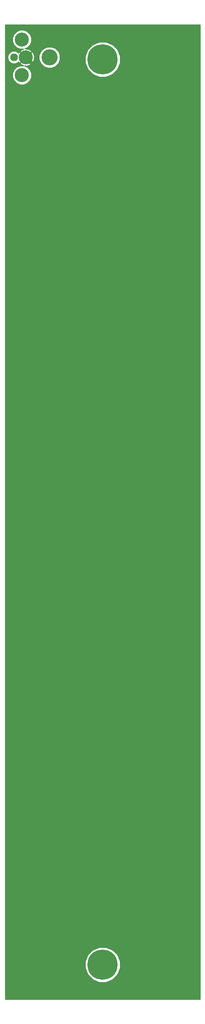
<source format=gbl>
G04 #@! TF.GenerationSoftware,KiCad,Pcbnew,5.0.2-bee76a0~70~ubuntu18.04.1*
G04 #@! TF.CreationDate,2020-04-21T07:34:43-07:00*
G04 #@! TF.ProjectId,hallway_backlight,68616c6c-7761-4795-9f62-61636b6c6967,1.0*
G04 #@! TF.SameCoordinates,Original*
G04 #@! TF.FileFunction,Copper,L2,Bot*
G04 #@! TF.FilePolarity,Positive*
%FSLAX46Y46*%
G04 Gerber Fmt 4.6, Leading zero omitted, Abs format (unit mm)*
G04 Created by KiCad (PCBNEW 5.0.2-bee76a0~70~ubuntu18.04.1) date Tue 21 Apr 2020 07:34:43 AM PDT*
%MOMM*%
%LPD*%
G01*
G04 APERTURE LIST*
G04 #@! TA.AperFunction,ComponentPad*
%ADD10C,1.930400*%
G04 #@! TD*
G04 #@! TA.AperFunction,ComponentPad*
%ADD11C,3.556000*%
G04 #@! TD*
G04 #@! TA.AperFunction,ComponentPad*
%ADD12C,4.064000*%
G04 #@! TD*
G04 #@! TA.AperFunction,ComponentPad*
%ADD13C,7.620000*%
G04 #@! TD*
G04 #@! TA.AperFunction,ViaPad*
%ADD14C,1.524000*%
G04 #@! TD*
G04 #@! TA.AperFunction,Conductor*
%ADD15C,1.016000*%
G04 #@! TD*
G04 #@! TA.AperFunction,Conductor*
%ADD16C,0.254000*%
G04 #@! TD*
%ADD17C,0.254000*%
G04 APERTURE END LIST*
D10*
G04 #@! TO.P,P1,*
G04 #@! TO.N,*
X104597200Y-59817000D03*
D11*
G04 #@! TO.P,P1,2*
G04 #@! TO.N,GND*
X107594400Y-59817000D03*
D12*
G04 #@! TO.P,P1,1*
G04 #@! TO.N,/VIN*
X113588800Y-59817000D03*
D11*
G04 #@! TO.P,P1,*
G04 #@! TO.N,*
X106603800Y-64312800D03*
X106603800Y-55321200D03*
G04 #@! TD*
D13*
G04 #@! TO.P,1/4-20,*
G04 #@! TO.N,*
X127000000Y-60325000D03*
G04 #@! TD*
G04 #@! TO.P,1/4-20,*
G04 #@! TO.N,*
X127000000Y-288925000D03*
G04 #@! TD*
D14*
G04 #@! TO.N,GND*
X113665000Y-273050000D03*
X114935000Y-171450000D03*
G04 #@! TD*
D15*
G04 #@! TO.N,GND*
X113665000Y-170180000D02*
X113665000Y-273050000D01*
X113665000Y-65887600D02*
X107594400Y-59817000D01*
X113665000Y-170180000D02*
X113665000Y-65887600D01*
X114935000Y-171450000D02*
X113665000Y-170180000D01*
G04 #@! TD*
D16*
G04 #@! TO.N,GND*
X102425500Y-51625500D02*
X151574500Y-51625500D01*
X102425500Y-51866800D02*
X151574500Y-51866800D01*
X102425500Y-52108100D02*
X151574500Y-52108100D01*
X102425500Y-52349400D02*
X151574500Y-52349400D01*
X102425500Y-52590700D02*
X151574500Y-52590700D01*
X102425500Y-52832000D02*
X151574500Y-52832000D01*
X102425500Y-53073300D02*
X105725240Y-53073300D01*
X107482361Y-53073300D02*
X151574500Y-53073300D01*
X102425500Y-53314600D02*
X105197904Y-53314600D01*
X108009696Y-53314600D02*
X151574500Y-53314600D01*
X102425500Y-53555900D02*
X104956604Y-53555900D01*
X108250996Y-53555900D02*
X151574500Y-53555900D01*
X102425500Y-53797200D02*
X104715304Y-53797200D01*
X108492296Y-53797200D02*
X151574500Y-53797200D01*
X102425500Y-54038500D02*
X104523301Y-54038500D01*
X108684300Y-54038500D02*
X151574500Y-54038500D01*
X102425500Y-54279800D02*
X104423351Y-54279800D01*
X108784250Y-54279800D02*
X151574500Y-54279800D01*
X102425500Y-54521100D02*
X104323401Y-54521100D01*
X108884200Y-54521100D02*
X151574500Y-54521100D01*
X102425500Y-54762400D02*
X104223451Y-54762400D01*
X108984150Y-54762400D02*
X151574500Y-54762400D01*
X102425500Y-55003700D02*
X104190800Y-55003700D01*
X109016800Y-55003700D02*
X151574500Y-55003700D01*
X102425500Y-55245000D02*
X104190800Y-55245000D01*
X109016800Y-55245000D02*
X151574500Y-55245000D01*
X102425500Y-55486300D02*
X104190800Y-55486300D01*
X109016800Y-55486300D02*
X151574500Y-55486300D01*
X102425500Y-55727600D02*
X104190800Y-55727600D01*
X109016800Y-55727600D02*
X151574500Y-55727600D01*
X102425500Y-55968900D02*
X104260274Y-55968900D01*
X108947325Y-55968900D02*
X125901211Y-55968900D01*
X128098790Y-55968900D02*
X151574500Y-55968900D01*
X102425500Y-56210200D02*
X104360224Y-56210200D01*
X108847375Y-56210200D02*
X125318662Y-56210200D01*
X128681339Y-56210200D02*
X151574500Y-56210200D01*
X102425500Y-56451500D02*
X104460173Y-56451500D01*
X108747426Y-56451500D02*
X124736112Y-56451500D01*
X129263889Y-56451500D02*
X151574500Y-56451500D01*
X102425500Y-56692800D02*
X104562904Y-56692800D01*
X108644696Y-56692800D02*
X124346021Y-56692800D01*
X129653979Y-56692800D02*
X151574500Y-56692800D01*
X102425500Y-56934100D02*
X104804204Y-56934100D01*
X108403396Y-56934100D02*
X124104721Y-56934100D01*
X129895279Y-56934100D02*
X151574500Y-56934100D01*
X102425500Y-57175400D02*
X105045504Y-57175400D01*
X108162096Y-57175400D02*
X112996980Y-57175400D01*
X114180621Y-57175400D02*
X123863421Y-57175400D01*
X130136579Y-57175400D02*
X151574500Y-57175400D01*
X102425500Y-57416700D02*
X105357313Y-57416700D01*
X107850286Y-57416700D02*
X112414430Y-57416700D01*
X114763171Y-57416700D02*
X123622121Y-57416700D01*
X130377879Y-57416700D02*
X151574500Y-57416700D01*
X102425500Y-57658000D02*
X105939862Y-57658000D01*
X107630573Y-57658000D02*
X111976092Y-57658000D01*
X115201508Y-57658000D02*
X123380821Y-57658000D01*
X130619179Y-57658000D02*
X151574500Y-57658000D01*
X102425500Y-57899300D02*
X106559793Y-57899300D01*
X108593038Y-57899300D02*
X111734792Y-57899300D01*
X115442808Y-57899300D02*
X123193525Y-57899300D01*
X130806476Y-57899300D02*
X151574500Y-57899300D01*
X102425500Y-58140600D02*
X106234976Y-58140600D01*
X108953825Y-58140600D02*
X111493492Y-58140600D01*
X115684108Y-58140600D02*
X123093575Y-58140600D01*
X130906426Y-58140600D02*
X151574500Y-58140600D01*
X102425500Y-58381900D02*
X103880314Y-58381900D01*
X105314087Y-58381900D02*
X106029692Y-58381900D01*
X106141339Y-58381900D02*
X106177261Y-58381900D01*
X109011539Y-58381900D02*
X109047461Y-58381900D01*
X109159109Y-58381900D02*
X111296498Y-58381900D01*
X115881103Y-58381900D02*
X122993626Y-58381900D01*
X131006375Y-58381900D02*
X151574500Y-58381900D01*
X102425500Y-58623200D02*
X103527975Y-58623200D01*
X105666425Y-58623200D02*
X105765310Y-58623200D01*
X106382639Y-58623200D02*
X106418561Y-58623200D01*
X108770239Y-58623200D02*
X108806161Y-58623200D01*
X109442720Y-58623200D02*
X111196548Y-58623200D01*
X115981053Y-58623200D02*
X122893676Y-58623200D01*
X131106325Y-58623200D02*
X151574500Y-58623200D01*
X102425500Y-58864500D02*
X103286675Y-58864500D01*
X106623939Y-58864500D02*
X106659861Y-58864500D01*
X108528939Y-58864500D02*
X108564861Y-58864500D01*
X109542931Y-58864500D02*
X111096599Y-58864500D01*
X116081002Y-58864500D02*
X122793726Y-58864500D01*
X131206275Y-58864500D02*
X151574500Y-58864500D01*
X102425500Y-59105800D02*
X103159745Y-59105800D01*
X106865239Y-59105800D02*
X106901161Y-59105800D01*
X108287639Y-59105800D02*
X108323561Y-59105800D01*
X109633537Y-59105800D02*
X110996649Y-59105800D01*
X116180952Y-59105800D02*
X122693776Y-59105800D01*
X131306225Y-59105800D02*
X151574500Y-59105800D01*
X102425500Y-59347100D02*
X103059795Y-59347100D01*
X107106539Y-59347100D02*
X107142461Y-59347100D01*
X108046339Y-59347100D02*
X108082261Y-59347100D01*
X109724143Y-59347100D02*
X110921800Y-59347100D01*
X116255800Y-59347100D02*
X122593826Y-59347100D01*
X131406175Y-59347100D02*
X151574500Y-59347100D01*
X102425500Y-59588400D02*
X102997000Y-59588400D01*
X107347839Y-59588400D02*
X107383761Y-59588400D01*
X107805039Y-59588400D02*
X107840961Y-59588400D01*
X109762273Y-59588400D02*
X110921800Y-59588400D01*
X116255800Y-59588400D02*
X122555000Y-59588400D01*
X131445000Y-59588400D02*
X151574500Y-59588400D01*
X102425500Y-59829700D02*
X102997000Y-59829700D01*
X107563739Y-59829700D02*
X107625061Y-59829700D01*
X109754186Y-59829700D02*
X110921800Y-59829700D01*
X116255800Y-59829700D02*
X122555000Y-59829700D01*
X131445000Y-59829700D02*
X151574500Y-59829700D01*
X102425500Y-60071000D02*
X102997000Y-60071000D01*
X107322439Y-60071000D02*
X107358361Y-60071000D01*
X107830439Y-60071000D02*
X107866361Y-60071000D01*
X109746099Y-60071000D02*
X110921800Y-60071000D01*
X116255800Y-60071000D02*
X122555000Y-60071000D01*
X131445000Y-60071000D02*
X151574500Y-60071000D01*
X102425500Y-60312300D02*
X103070315Y-60312300D01*
X107081139Y-60312300D02*
X107117061Y-60312300D01*
X108071739Y-60312300D02*
X108107661Y-60312300D01*
X109738012Y-60312300D02*
X110921800Y-60312300D01*
X116255800Y-60312300D02*
X122555000Y-60312300D01*
X131445000Y-60312300D02*
X151574500Y-60312300D01*
X102425500Y-60553600D02*
X103170265Y-60553600D01*
X106839839Y-60553600D02*
X106875761Y-60553600D01*
X108313039Y-60553600D02*
X108348961Y-60553600D01*
X109631072Y-60553600D02*
X111007169Y-60553600D01*
X116170430Y-60553600D02*
X122555000Y-60553600D01*
X131445000Y-60553600D02*
X151574500Y-60553600D01*
X102425500Y-60794900D02*
X103312075Y-60794900D01*
X106598539Y-60794900D02*
X106634461Y-60794900D01*
X108554339Y-60794900D02*
X108590261Y-60794900D01*
X109521515Y-60794900D02*
X111107119Y-60794900D01*
X116070480Y-60794900D02*
X122555000Y-60794900D01*
X131445000Y-60794900D02*
X151574500Y-60794900D01*
X102425500Y-61036200D02*
X103553375Y-61036200D01*
X105641025Y-61036200D02*
X105763051Y-61036200D01*
X106357239Y-61036200D02*
X106393161Y-61036200D01*
X108795639Y-61036200D02*
X108831561Y-61036200D01*
X109411958Y-61036200D02*
X111207068Y-61036200D01*
X115970531Y-61036200D02*
X122555000Y-61036200D01*
X131445000Y-61036200D02*
X151574500Y-61036200D01*
X102425500Y-61277500D02*
X103941634Y-61277500D01*
X105252765Y-61277500D02*
X106067180Y-61277500D01*
X106115939Y-61277500D02*
X106151861Y-61277500D01*
X109036939Y-61277500D02*
X109072861Y-61277500D01*
X109121619Y-61277500D02*
X111307018Y-61277500D01*
X115870581Y-61277500D02*
X122583304Y-61277500D01*
X131416695Y-61277500D02*
X151574500Y-61277500D01*
X102425500Y-61518800D02*
X106252185Y-61518800D01*
X108936614Y-61518800D02*
X111518892Y-61518800D01*
X115658708Y-61518800D02*
X122683254Y-61518800D01*
X131316745Y-61518800D02*
X151574500Y-61518800D01*
X102425500Y-61760100D02*
X106651705Y-61760100D01*
X108561362Y-61760100D02*
X111760192Y-61760100D01*
X115417408Y-61760100D02*
X122783204Y-61760100D01*
X131216795Y-61760100D02*
X151574500Y-61760100D01*
X102425500Y-62001400D02*
X105878542Y-62001400D01*
X107329060Y-62001400D02*
X112001492Y-62001400D01*
X115176108Y-62001400D02*
X122883154Y-62001400D01*
X131116845Y-62001400D02*
X151574500Y-62001400D01*
X102425500Y-62242700D02*
X105295993Y-62242700D01*
X107911608Y-62242700D02*
X112475750Y-62242700D01*
X114701849Y-62242700D02*
X122983104Y-62242700D01*
X131016895Y-62242700D02*
X151574500Y-62242700D01*
X102425500Y-62484000D02*
X105020104Y-62484000D01*
X108187496Y-62484000D02*
X123083053Y-62484000D01*
X130916946Y-62484000D02*
X151574500Y-62484000D01*
X102425500Y-62725300D02*
X104778804Y-62725300D01*
X108428796Y-62725300D02*
X123183003Y-62725300D01*
X130816996Y-62725300D02*
X151574500Y-62725300D01*
X102425500Y-62966600D02*
X104549603Y-62966600D01*
X108657998Y-62966600D02*
X123355421Y-62966600D01*
X130644579Y-62966600D02*
X151574500Y-62966600D01*
X102425500Y-63207900D02*
X104449653Y-63207900D01*
X108757948Y-63207900D02*
X123596721Y-63207900D01*
X130403279Y-63207900D02*
X151574500Y-63207900D01*
X102425500Y-63449200D02*
X104349703Y-63449200D01*
X108857898Y-63449200D02*
X123838021Y-63449200D01*
X130161979Y-63449200D02*
X151574500Y-63449200D01*
X102425500Y-63690500D02*
X104249754Y-63690500D01*
X108957847Y-63690500D02*
X124079321Y-63690500D01*
X129920679Y-63690500D02*
X151574500Y-63690500D01*
X102425500Y-63931800D02*
X104190800Y-63931800D01*
X109016800Y-63931800D02*
X124320621Y-63931800D01*
X129679379Y-63931800D02*
X151574500Y-63931800D01*
X102425500Y-64173100D02*
X104190800Y-64173100D01*
X109016800Y-64173100D02*
X124674790Y-64173100D01*
X129325209Y-64173100D02*
X151574500Y-64173100D01*
X102425500Y-64414400D02*
X104190800Y-64414400D01*
X109016800Y-64414400D02*
X125257340Y-64414400D01*
X128742659Y-64414400D02*
X151574500Y-64414400D01*
X102425500Y-64655700D02*
X104190800Y-64655700D01*
X109016800Y-64655700D02*
X125839889Y-64655700D01*
X128160110Y-64655700D02*
X151574500Y-64655700D01*
X102425500Y-64897000D02*
X104233971Y-64897000D01*
X108973628Y-64897000D02*
X151574500Y-64897000D01*
X102425500Y-65138300D02*
X104333921Y-65138300D01*
X108873678Y-65138300D02*
X151574500Y-65138300D01*
X102425500Y-65379600D02*
X104433871Y-65379600D01*
X108773728Y-65379600D02*
X151574500Y-65379600D01*
X102425500Y-65620900D02*
X104533821Y-65620900D01*
X108673778Y-65620900D02*
X151574500Y-65620900D01*
X102425500Y-65862200D02*
X104740704Y-65862200D01*
X108466896Y-65862200D02*
X151574500Y-65862200D01*
X102425500Y-66103500D02*
X104982004Y-66103500D01*
X108225596Y-66103500D02*
X151574500Y-66103500D01*
X102425500Y-66344800D02*
X105223304Y-66344800D01*
X107984296Y-66344800D02*
X151574500Y-66344800D01*
X102425500Y-66586100D02*
X105786559Y-66586100D01*
X107421040Y-66586100D02*
X151574500Y-66586100D01*
X102425500Y-66827400D02*
X151574500Y-66827400D01*
X102425500Y-67068700D02*
X151574500Y-67068700D01*
X102425500Y-67310000D02*
X151574500Y-67310000D01*
X102425500Y-67551300D02*
X151574500Y-67551300D01*
X102425500Y-67792600D02*
X151574500Y-67792600D01*
X102425500Y-68033900D02*
X151574500Y-68033900D01*
X102425500Y-68275200D02*
X151574500Y-68275200D01*
X102425500Y-68516500D02*
X151574500Y-68516500D01*
X102425500Y-68757800D02*
X151574500Y-68757800D01*
X102425500Y-68999100D02*
X151574500Y-68999100D01*
X102425500Y-69240400D02*
X151574500Y-69240400D01*
X102425500Y-69481700D02*
X151574500Y-69481700D01*
X102425500Y-69723000D02*
X151574500Y-69723000D01*
X102425500Y-69964300D02*
X151574500Y-69964300D01*
X102425500Y-70205600D02*
X151574500Y-70205600D01*
X102425500Y-70446900D02*
X151574500Y-70446900D01*
X102425500Y-70688200D02*
X151574500Y-70688200D01*
X102425500Y-70929500D02*
X151574500Y-70929500D01*
X102425500Y-71170800D02*
X151574500Y-71170800D01*
X102425500Y-71412100D02*
X151574500Y-71412100D01*
X102425500Y-71653400D02*
X151574500Y-71653400D01*
X102425500Y-71894700D02*
X151574500Y-71894700D01*
X102425500Y-72136000D02*
X151574500Y-72136000D01*
X102425500Y-72377300D02*
X151574500Y-72377300D01*
X102425500Y-72618600D02*
X151574500Y-72618600D01*
X102425500Y-72859900D02*
X151574500Y-72859900D01*
X102425500Y-73101200D02*
X151574500Y-73101200D01*
X102425500Y-73342500D02*
X151574500Y-73342500D01*
X102425500Y-73583800D02*
X151574500Y-73583800D01*
X102425500Y-73825100D02*
X151574500Y-73825100D01*
X102425500Y-74066400D02*
X151574500Y-74066400D01*
X102425500Y-74307700D02*
X151574500Y-74307700D01*
X102425500Y-74549000D02*
X151574500Y-74549000D01*
X102425500Y-74790300D02*
X151574500Y-74790300D01*
X102425500Y-75031600D02*
X151574500Y-75031600D01*
X102425500Y-75272900D02*
X151574500Y-75272900D01*
X102425500Y-75514200D02*
X151574500Y-75514200D01*
X102425500Y-75755500D02*
X151574500Y-75755500D01*
X102425500Y-75996800D02*
X151574500Y-75996800D01*
X102425500Y-76238100D02*
X151574500Y-76238100D01*
X102425500Y-76479400D02*
X151574500Y-76479400D01*
X102425500Y-76720700D02*
X151574500Y-76720700D01*
X102425500Y-76962000D02*
X151574500Y-76962000D01*
X102425500Y-77203300D02*
X151574500Y-77203300D01*
X102425500Y-77444600D02*
X151574500Y-77444600D01*
X102425500Y-77685900D02*
X151574500Y-77685900D01*
X102425500Y-77927200D02*
X151574500Y-77927200D01*
X102425500Y-78168500D02*
X151574500Y-78168500D01*
X102425500Y-78409800D02*
X151574500Y-78409800D01*
X102425500Y-78651100D02*
X151574500Y-78651100D01*
X102425500Y-78892400D02*
X151574500Y-78892400D01*
X102425500Y-79133700D02*
X151574500Y-79133700D01*
X102425500Y-79375000D02*
X151574500Y-79375000D01*
X102425500Y-79616300D02*
X151574500Y-79616300D01*
X102425500Y-79857600D02*
X151574500Y-79857600D01*
X102425500Y-80098900D02*
X151574500Y-80098900D01*
X102425500Y-80340200D02*
X151574500Y-80340200D01*
X102425500Y-80581500D02*
X151574500Y-80581500D01*
X102425500Y-80822800D02*
X151574500Y-80822800D01*
X102425500Y-81064100D02*
X151574500Y-81064100D01*
X102425500Y-81305400D02*
X151574500Y-81305400D01*
X102425500Y-81546700D02*
X151574500Y-81546700D01*
X102425500Y-81788000D02*
X151574500Y-81788000D01*
X102425500Y-82029300D02*
X151574500Y-82029300D01*
X102425500Y-82270600D02*
X151574500Y-82270600D01*
X102425500Y-82511900D02*
X151574500Y-82511900D01*
X102425500Y-82753200D02*
X151574500Y-82753200D01*
X102425500Y-82994500D02*
X151574500Y-82994500D01*
X102425500Y-83235800D02*
X151574500Y-83235800D01*
X102425500Y-83477100D02*
X151574500Y-83477100D01*
X102425500Y-83718400D02*
X151574500Y-83718400D01*
X102425500Y-83959700D02*
X151574500Y-83959700D01*
X102425500Y-84201000D02*
X151574500Y-84201000D01*
X102425500Y-84442300D02*
X151574500Y-84442300D01*
X102425500Y-84683600D02*
X151574500Y-84683600D01*
X102425500Y-84924900D02*
X151574500Y-84924900D01*
X102425500Y-85166200D02*
X151574500Y-85166200D01*
X102425500Y-85407500D02*
X151574500Y-85407500D01*
X102425500Y-85648800D02*
X151574500Y-85648800D01*
X102425500Y-85890100D02*
X151574500Y-85890100D01*
X102425500Y-86131400D02*
X151574500Y-86131400D01*
X102425500Y-86372700D02*
X151574500Y-86372700D01*
X102425500Y-86614000D02*
X151574500Y-86614000D01*
X102425500Y-86855300D02*
X151574500Y-86855300D01*
X102425500Y-87096600D02*
X151574500Y-87096600D01*
X102425500Y-87337900D02*
X151574500Y-87337900D01*
X102425500Y-87579200D02*
X151574500Y-87579200D01*
X102425500Y-87820500D02*
X151574500Y-87820500D01*
X102425500Y-88061800D02*
X151574500Y-88061800D01*
X102425500Y-88303100D02*
X151574500Y-88303100D01*
X102425500Y-88544400D02*
X151574500Y-88544400D01*
X102425500Y-88785700D02*
X151574500Y-88785700D01*
X102425500Y-89027000D02*
X151574500Y-89027000D01*
X102425500Y-89268300D02*
X151574500Y-89268300D01*
X102425500Y-89509600D02*
X151574500Y-89509600D01*
X102425500Y-89750900D02*
X151574500Y-89750900D01*
X102425500Y-89992200D02*
X151574500Y-89992200D01*
X102425500Y-90233500D02*
X151574500Y-90233500D01*
X102425500Y-90474800D02*
X151574500Y-90474800D01*
X102425500Y-90716100D02*
X151574500Y-90716100D01*
X102425500Y-90957400D02*
X151574500Y-90957400D01*
X102425500Y-91198700D02*
X151574500Y-91198700D01*
X102425500Y-91440000D02*
X151574500Y-91440000D01*
X102425500Y-91681300D02*
X151574500Y-91681300D01*
X102425500Y-91922600D02*
X151574500Y-91922600D01*
X102425500Y-92163900D02*
X151574500Y-92163900D01*
X102425500Y-92405200D02*
X151574500Y-92405200D01*
X102425500Y-92646500D02*
X151574500Y-92646500D01*
X102425500Y-92887800D02*
X151574500Y-92887800D01*
X102425500Y-93129100D02*
X151574500Y-93129100D01*
X102425500Y-93370400D02*
X151574500Y-93370400D01*
X102425500Y-93611700D02*
X151574500Y-93611700D01*
X102425500Y-93853000D02*
X151574500Y-93853000D01*
X102425500Y-94094300D02*
X151574500Y-94094300D01*
X102425500Y-94335600D02*
X151574500Y-94335600D01*
X102425500Y-94576900D02*
X151574500Y-94576900D01*
X102425500Y-94818200D02*
X151574500Y-94818200D01*
X102425500Y-95059500D02*
X151574500Y-95059500D01*
X102425500Y-95300800D02*
X151574500Y-95300800D01*
X102425500Y-95542100D02*
X151574500Y-95542100D01*
X102425500Y-95783400D02*
X151574500Y-95783400D01*
X102425500Y-96024700D02*
X151574500Y-96024700D01*
X102425500Y-96266000D02*
X151574500Y-96266000D01*
X102425500Y-96507300D02*
X151574500Y-96507300D01*
X102425500Y-96748600D02*
X151574500Y-96748600D01*
X102425500Y-96989900D02*
X151574500Y-96989900D01*
X102425500Y-97231200D02*
X151574500Y-97231200D01*
X102425500Y-97472500D02*
X151574500Y-97472500D01*
X102425500Y-97713800D02*
X151574500Y-97713800D01*
X102425500Y-97955100D02*
X151574500Y-97955100D01*
X102425500Y-98196400D02*
X151574500Y-98196400D01*
X102425500Y-98437700D02*
X151574500Y-98437700D01*
X102425500Y-98679000D02*
X151574500Y-98679000D01*
X102425500Y-98920300D02*
X151574500Y-98920300D01*
X102425500Y-99161600D02*
X151574500Y-99161600D01*
X102425500Y-99402900D02*
X151574500Y-99402900D01*
X102425500Y-99644200D02*
X151574500Y-99644200D01*
X102425500Y-99885500D02*
X151574500Y-99885500D01*
X102425500Y-100126800D02*
X151574500Y-100126800D01*
X102425500Y-100368100D02*
X151574500Y-100368100D01*
X102425500Y-100609400D02*
X151574500Y-100609400D01*
X102425500Y-100850700D02*
X151574500Y-100850700D01*
X102425500Y-101092000D02*
X151574500Y-101092000D01*
X102425500Y-101333300D02*
X151574500Y-101333300D01*
X102425500Y-101574600D02*
X151574500Y-101574600D01*
X102425500Y-101815900D02*
X151574500Y-101815900D01*
X102425500Y-102057200D02*
X151574500Y-102057200D01*
X102425500Y-102298500D02*
X151574500Y-102298500D01*
X102425500Y-102539800D02*
X151574500Y-102539800D01*
X102425500Y-102781100D02*
X151574500Y-102781100D01*
X102425500Y-103022400D02*
X151574500Y-103022400D01*
X102425500Y-103263700D02*
X151574500Y-103263700D01*
X102425500Y-103505000D02*
X151574500Y-103505000D01*
X102425500Y-103746300D02*
X151574500Y-103746300D01*
X102425500Y-103987600D02*
X151574500Y-103987600D01*
X102425500Y-104228900D02*
X151574500Y-104228900D01*
X102425500Y-104470200D02*
X151574500Y-104470200D01*
X102425500Y-104711500D02*
X151574500Y-104711500D01*
X102425500Y-104952800D02*
X151574500Y-104952800D01*
X102425500Y-105194100D02*
X151574500Y-105194100D01*
X102425500Y-105435400D02*
X151574500Y-105435400D01*
X102425500Y-105676700D02*
X151574500Y-105676700D01*
X102425500Y-105918000D02*
X151574500Y-105918000D01*
X102425500Y-106159300D02*
X151574500Y-106159300D01*
X102425500Y-106400600D02*
X151574500Y-106400600D01*
X102425500Y-106641900D02*
X151574500Y-106641900D01*
X102425500Y-106883200D02*
X151574500Y-106883200D01*
X102425500Y-107124500D02*
X151574500Y-107124500D01*
X102425500Y-107365800D02*
X151574500Y-107365800D01*
X102425500Y-107607100D02*
X151574500Y-107607100D01*
X102425500Y-107848400D02*
X151574500Y-107848400D01*
X102425500Y-108089700D02*
X151574500Y-108089700D01*
X102425500Y-108331000D02*
X151574500Y-108331000D01*
X102425500Y-108572300D02*
X151574500Y-108572300D01*
X102425500Y-108813600D02*
X151574500Y-108813600D01*
X102425500Y-109054900D02*
X151574500Y-109054900D01*
X102425500Y-109296200D02*
X151574500Y-109296200D01*
X102425500Y-109537500D02*
X151574500Y-109537500D01*
X102425500Y-109778800D02*
X151574500Y-109778800D01*
X102425500Y-110020100D02*
X151574500Y-110020100D01*
X102425500Y-110261400D02*
X151574500Y-110261400D01*
X102425500Y-110502700D02*
X151574500Y-110502700D01*
X102425500Y-110744000D02*
X151574500Y-110744000D01*
X102425500Y-110985300D02*
X151574500Y-110985300D01*
X102425500Y-111226600D02*
X151574500Y-111226600D01*
X102425500Y-111467900D02*
X151574500Y-111467900D01*
X102425500Y-111709200D02*
X151574500Y-111709200D01*
X102425500Y-111950500D02*
X151574500Y-111950500D01*
X102425500Y-112191800D02*
X151574500Y-112191800D01*
X102425500Y-112433100D02*
X151574500Y-112433100D01*
X102425500Y-112674400D02*
X151574500Y-112674400D01*
X102425500Y-112915700D02*
X151574500Y-112915700D01*
X102425500Y-113157000D02*
X151574500Y-113157000D01*
X102425500Y-113398300D02*
X151574500Y-113398300D01*
X102425500Y-113639600D02*
X151574500Y-113639600D01*
X102425500Y-113880900D02*
X151574500Y-113880900D01*
X102425500Y-114122200D02*
X151574500Y-114122200D01*
X102425500Y-114363500D02*
X151574500Y-114363500D01*
X102425500Y-114604800D02*
X151574500Y-114604800D01*
X102425500Y-114846100D02*
X151574500Y-114846100D01*
X102425500Y-115087400D02*
X151574500Y-115087400D01*
X102425500Y-115328700D02*
X151574500Y-115328700D01*
X102425500Y-115570000D02*
X151574500Y-115570000D01*
X102425500Y-115811300D02*
X151574500Y-115811300D01*
X102425500Y-116052600D02*
X151574500Y-116052600D01*
X102425500Y-116293900D02*
X151574500Y-116293900D01*
X102425500Y-116535200D02*
X151574500Y-116535200D01*
X102425500Y-116776500D02*
X151574500Y-116776500D01*
X102425500Y-117017800D02*
X151574500Y-117017800D01*
X102425500Y-117259100D02*
X151574500Y-117259100D01*
X102425500Y-117500400D02*
X151574500Y-117500400D01*
X102425500Y-117741700D02*
X151574500Y-117741700D01*
X102425500Y-117983000D02*
X151574500Y-117983000D01*
X102425500Y-118224300D02*
X151574500Y-118224300D01*
X102425500Y-118465600D02*
X151574500Y-118465600D01*
X102425500Y-118706900D02*
X151574500Y-118706900D01*
X102425500Y-118948200D02*
X151574500Y-118948200D01*
X102425500Y-119189500D02*
X151574500Y-119189500D01*
X102425500Y-119430800D02*
X151574500Y-119430800D01*
X102425500Y-119672100D02*
X151574500Y-119672100D01*
X102425500Y-119913400D02*
X151574500Y-119913400D01*
X102425500Y-120154700D02*
X151574500Y-120154700D01*
X102425500Y-120396000D02*
X151574500Y-120396000D01*
X102425500Y-120637300D02*
X151574500Y-120637300D01*
X102425500Y-120878600D02*
X151574500Y-120878600D01*
X102425500Y-121119900D02*
X151574500Y-121119900D01*
X102425500Y-121361200D02*
X151574500Y-121361200D01*
X102425500Y-121602500D02*
X151574500Y-121602500D01*
X102425500Y-121843800D02*
X151574500Y-121843800D01*
X102425500Y-122085100D02*
X151574500Y-122085100D01*
X102425500Y-122326400D02*
X151574500Y-122326400D01*
X102425500Y-122567700D02*
X151574500Y-122567700D01*
X102425500Y-122809000D02*
X151574500Y-122809000D01*
X102425500Y-123050300D02*
X151574500Y-123050300D01*
X102425500Y-123291600D02*
X151574500Y-123291600D01*
X102425500Y-123532900D02*
X151574500Y-123532900D01*
X102425500Y-123774200D02*
X151574500Y-123774200D01*
X102425500Y-124015500D02*
X151574500Y-124015500D01*
X102425500Y-124256800D02*
X151574500Y-124256800D01*
X102425500Y-124498100D02*
X151574500Y-124498100D01*
X102425500Y-124739400D02*
X151574500Y-124739400D01*
X102425500Y-124980700D02*
X151574500Y-124980700D01*
X102425500Y-125222000D02*
X151574500Y-125222000D01*
X102425500Y-125463300D02*
X151574500Y-125463300D01*
X102425500Y-125704600D02*
X151574500Y-125704600D01*
X102425500Y-125945900D02*
X151574500Y-125945900D01*
X102425500Y-126187200D02*
X151574500Y-126187200D01*
X102425500Y-126428500D02*
X151574500Y-126428500D01*
X102425500Y-126669800D02*
X151574500Y-126669800D01*
X102425500Y-126911100D02*
X151574500Y-126911100D01*
X102425500Y-127152400D02*
X151574500Y-127152400D01*
X102425500Y-127393700D02*
X151574500Y-127393700D01*
X102425500Y-127635000D02*
X151574500Y-127635000D01*
X102425500Y-127876300D02*
X151574500Y-127876300D01*
X102425500Y-128117600D02*
X151574500Y-128117600D01*
X102425500Y-128358900D02*
X151574500Y-128358900D01*
X102425500Y-128600200D02*
X151574500Y-128600200D01*
X102425500Y-128841500D02*
X151574500Y-128841500D01*
X102425500Y-129082800D02*
X151574500Y-129082800D01*
X102425500Y-129324100D02*
X151574500Y-129324100D01*
X102425500Y-129565400D02*
X151574500Y-129565400D01*
X102425500Y-129806700D02*
X151574500Y-129806700D01*
X102425500Y-130048000D02*
X151574500Y-130048000D01*
X102425500Y-130289300D02*
X151574500Y-130289300D01*
X102425500Y-130530600D02*
X151574500Y-130530600D01*
X102425500Y-130771900D02*
X151574500Y-130771900D01*
X102425500Y-131013200D02*
X151574500Y-131013200D01*
X102425500Y-131254500D02*
X151574500Y-131254500D01*
X102425500Y-131495800D02*
X151574500Y-131495800D01*
X102425500Y-131737100D02*
X151574500Y-131737100D01*
X102425500Y-131978400D02*
X151574500Y-131978400D01*
X102425500Y-132219700D02*
X151574500Y-132219700D01*
X102425500Y-132461000D02*
X151574500Y-132461000D01*
X102425500Y-132702300D02*
X151574500Y-132702300D01*
X102425500Y-132943600D02*
X151574500Y-132943600D01*
X102425500Y-133184900D02*
X151574500Y-133184900D01*
X102425500Y-133426200D02*
X151574500Y-133426200D01*
X102425500Y-133667500D02*
X151574500Y-133667500D01*
X102425500Y-133908800D02*
X151574500Y-133908800D01*
X102425500Y-134150100D02*
X151574500Y-134150100D01*
X102425500Y-134391400D02*
X151574500Y-134391400D01*
X102425500Y-134632700D02*
X151574500Y-134632700D01*
X102425500Y-134874000D02*
X151574500Y-134874000D01*
X102425500Y-135115300D02*
X151574500Y-135115300D01*
X102425500Y-135356600D02*
X151574500Y-135356600D01*
X102425500Y-135597900D02*
X151574500Y-135597900D01*
X102425500Y-135839200D02*
X151574500Y-135839200D01*
X102425500Y-136080500D02*
X151574500Y-136080500D01*
X102425500Y-136321800D02*
X151574500Y-136321800D01*
X102425500Y-136563100D02*
X151574500Y-136563100D01*
X102425500Y-136804400D02*
X151574500Y-136804400D01*
X102425500Y-137045700D02*
X151574500Y-137045700D01*
X102425500Y-137287000D02*
X151574500Y-137287000D01*
X102425500Y-137528300D02*
X151574500Y-137528300D01*
X102425500Y-137769600D02*
X151574500Y-137769600D01*
X102425500Y-138010900D02*
X151574500Y-138010900D01*
X102425500Y-138252200D02*
X151574500Y-138252200D01*
X102425500Y-138493500D02*
X151574500Y-138493500D01*
X102425500Y-138734800D02*
X151574500Y-138734800D01*
X102425500Y-138976100D02*
X151574500Y-138976100D01*
X102425500Y-139217400D02*
X151574500Y-139217400D01*
X102425500Y-139458700D02*
X151574500Y-139458700D01*
X102425500Y-139700000D02*
X151574500Y-139700000D01*
X102425500Y-139941300D02*
X151574500Y-139941300D01*
X102425500Y-140182600D02*
X151574500Y-140182600D01*
X102425500Y-140423900D02*
X151574500Y-140423900D01*
X102425500Y-140665200D02*
X151574500Y-140665200D01*
X102425500Y-140906500D02*
X151574500Y-140906500D01*
X102425500Y-141147800D02*
X151574500Y-141147800D01*
X102425500Y-141389100D02*
X151574500Y-141389100D01*
X102425500Y-141630400D02*
X151574500Y-141630400D01*
X102425500Y-141871700D02*
X151574500Y-141871700D01*
X102425500Y-142113000D02*
X151574500Y-142113000D01*
X102425500Y-142354300D02*
X151574500Y-142354300D01*
X102425500Y-142595600D02*
X151574500Y-142595600D01*
X102425500Y-142836900D02*
X151574500Y-142836900D01*
X102425500Y-143078200D02*
X151574500Y-143078200D01*
X102425500Y-143319500D02*
X151574500Y-143319500D01*
X102425500Y-143560800D02*
X151574500Y-143560800D01*
X102425500Y-143802100D02*
X151574500Y-143802100D01*
X102425500Y-144043400D02*
X151574500Y-144043400D01*
X102425500Y-144284700D02*
X151574500Y-144284700D01*
X102425500Y-144526000D02*
X151574500Y-144526000D01*
X102425500Y-144767300D02*
X151574500Y-144767300D01*
X102425500Y-145008600D02*
X151574500Y-145008600D01*
X102425500Y-145249900D02*
X151574500Y-145249900D01*
X102425500Y-145491200D02*
X151574500Y-145491200D01*
X102425500Y-145732500D02*
X151574500Y-145732500D01*
X102425500Y-145973800D02*
X151574500Y-145973800D01*
X102425500Y-146215100D02*
X151574500Y-146215100D01*
X102425500Y-146456400D02*
X151574500Y-146456400D01*
X102425500Y-146697700D02*
X151574500Y-146697700D01*
X102425500Y-146939000D02*
X151574500Y-146939000D01*
X102425500Y-147180300D02*
X151574500Y-147180300D01*
X102425500Y-147421600D02*
X151574500Y-147421600D01*
X102425500Y-147662900D02*
X151574500Y-147662900D01*
X102425500Y-147904200D02*
X151574500Y-147904200D01*
X102425500Y-148145500D02*
X151574500Y-148145500D01*
X102425500Y-148386800D02*
X151574500Y-148386800D01*
X102425500Y-148628100D02*
X151574500Y-148628100D01*
X102425500Y-148869400D02*
X151574500Y-148869400D01*
X102425500Y-149110700D02*
X151574500Y-149110700D01*
X102425500Y-149352000D02*
X151574500Y-149352000D01*
X102425500Y-149593300D02*
X151574500Y-149593300D01*
X102425500Y-149834600D02*
X151574500Y-149834600D01*
X102425500Y-150075900D02*
X151574500Y-150075900D01*
X102425500Y-150317200D02*
X151574500Y-150317200D01*
X102425500Y-150558500D02*
X151574500Y-150558500D01*
X102425500Y-150799800D02*
X151574500Y-150799800D01*
X102425500Y-151041100D02*
X151574500Y-151041100D01*
X102425500Y-151282400D02*
X151574500Y-151282400D01*
X102425500Y-151523700D02*
X151574500Y-151523700D01*
X102425500Y-151765000D02*
X151574500Y-151765000D01*
X102425500Y-152006300D02*
X151574500Y-152006300D01*
X102425500Y-152247600D02*
X151574500Y-152247600D01*
X102425500Y-152488900D02*
X151574500Y-152488900D01*
X102425500Y-152730200D02*
X151574500Y-152730200D01*
X102425500Y-152971500D02*
X151574500Y-152971500D01*
X102425500Y-153212800D02*
X151574500Y-153212800D01*
X102425500Y-153454100D02*
X151574500Y-153454100D01*
X102425500Y-153695400D02*
X151574500Y-153695400D01*
X102425500Y-153936700D02*
X151574500Y-153936700D01*
X102425500Y-154178000D02*
X151574500Y-154178000D01*
X102425500Y-154419300D02*
X151574500Y-154419300D01*
X102425500Y-154660600D02*
X151574500Y-154660600D01*
X102425500Y-154901900D02*
X151574500Y-154901900D01*
X102425500Y-155143200D02*
X151574500Y-155143200D01*
X102425500Y-155384500D02*
X151574500Y-155384500D01*
X102425500Y-155625800D02*
X151574500Y-155625800D01*
X102425500Y-155867100D02*
X151574500Y-155867100D01*
X102425500Y-156108400D02*
X151574500Y-156108400D01*
X102425500Y-156349700D02*
X151574500Y-156349700D01*
X102425500Y-156591000D02*
X151574500Y-156591000D01*
X102425500Y-156832300D02*
X151574500Y-156832300D01*
X102425500Y-157073600D02*
X151574500Y-157073600D01*
X102425500Y-157314900D02*
X151574500Y-157314900D01*
X102425500Y-157556200D02*
X151574500Y-157556200D01*
X102425500Y-157797500D02*
X151574500Y-157797500D01*
X102425500Y-158038800D02*
X151574500Y-158038800D01*
X102425500Y-158280100D02*
X151574500Y-158280100D01*
X102425500Y-158521400D02*
X151574500Y-158521400D01*
X102425500Y-158762700D02*
X151574500Y-158762700D01*
X102425500Y-159004000D02*
X151574500Y-159004000D01*
X102425500Y-159245300D02*
X151574500Y-159245300D01*
X102425500Y-159486600D02*
X151574500Y-159486600D01*
X102425500Y-159727900D02*
X151574500Y-159727900D01*
X102425500Y-159969200D02*
X151574500Y-159969200D01*
X102425500Y-160210500D02*
X151574500Y-160210500D01*
X102425500Y-160451800D02*
X151574500Y-160451800D01*
X102425500Y-160693100D02*
X151574500Y-160693100D01*
X102425500Y-160934400D02*
X151574500Y-160934400D01*
X102425500Y-161175700D02*
X151574500Y-161175700D01*
X102425500Y-161417000D02*
X151574500Y-161417000D01*
X102425500Y-161658300D02*
X151574500Y-161658300D01*
X102425500Y-161899600D02*
X151574500Y-161899600D01*
X102425500Y-162140900D02*
X151574500Y-162140900D01*
X102425500Y-162382200D02*
X151574500Y-162382200D01*
X102425500Y-162623500D02*
X151574500Y-162623500D01*
X102425500Y-162864800D02*
X151574500Y-162864800D01*
X102425500Y-163106100D02*
X151574500Y-163106100D01*
X102425500Y-163347400D02*
X151574500Y-163347400D01*
X102425500Y-163588700D02*
X151574500Y-163588700D01*
X102425500Y-163830000D02*
X151574500Y-163830000D01*
X102425500Y-164071300D02*
X151574500Y-164071300D01*
X102425500Y-164312600D02*
X151574500Y-164312600D01*
X102425500Y-164553900D02*
X151574500Y-164553900D01*
X102425500Y-164795200D02*
X151574500Y-164795200D01*
X102425500Y-165036500D02*
X151574500Y-165036500D01*
X102425500Y-165277800D02*
X151574500Y-165277800D01*
X102425500Y-165519100D02*
X151574500Y-165519100D01*
X102425500Y-165760400D02*
X151574500Y-165760400D01*
X102425500Y-166001700D02*
X151574500Y-166001700D01*
X102425500Y-166243000D02*
X151574500Y-166243000D01*
X102425500Y-166484300D02*
X151574500Y-166484300D01*
X102425500Y-166725600D02*
X151574500Y-166725600D01*
X102425500Y-166966900D02*
X151574500Y-166966900D01*
X102425500Y-167208200D02*
X151574500Y-167208200D01*
X102425500Y-167449500D02*
X151574500Y-167449500D01*
X102425500Y-167690800D02*
X151574500Y-167690800D01*
X102425500Y-167932100D02*
X151574500Y-167932100D01*
X102425500Y-168173400D02*
X151574500Y-168173400D01*
X102425500Y-168414700D02*
X151574500Y-168414700D01*
X102425500Y-168656000D02*
X151574500Y-168656000D01*
X102425500Y-168897300D02*
X151574500Y-168897300D01*
X102425500Y-169138600D02*
X151574500Y-169138600D01*
X102425500Y-169379900D02*
X151574500Y-169379900D01*
X102425500Y-169621200D02*
X151574500Y-169621200D01*
X102425500Y-169862500D02*
X151574500Y-169862500D01*
X102425500Y-170103800D02*
X151574500Y-170103800D01*
X102425500Y-170345100D02*
X151574500Y-170345100D01*
X102425500Y-170586400D02*
X151574500Y-170586400D01*
X102425500Y-170827700D02*
X151574500Y-170827700D01*
X102425500Y-171069000D02*
X151574500Y-171069000D01*
X102425500Y-171310300D02*
X151574500Y-171310300D01*
X102425500Y-171551600D02*
X151574500Y-171551600D01*
X102425500Y-171792900D02*
X151574500Y-171792900D01*
X102425500Y-172034200D02*
X151574500Y-172034200D01*
X102425500Y-172275500D02*
X151574500Y-172275500D01*
X102425500Y-172516800D02*
X151574500Y-172516800D01*
X102425500Y-172758100D02*
X151574500Y-172758100D01*
X102425500Y-172999400D02*
X151574500Y-172999400D01*
X102425500Y-173240700D02*
X151574500Y-173240700D01*
X102425500Y-173482000D02*
X151574500Y-173482000D01*
X102425500Y-173723300D02*
X151574500Y-173723300D01*
X102425500Y-173964600D02*
X151574500Y-173964600D01*
X102425500Y-174205900D02*
X151574500Y-174205900D01*
X102425500Y-174447200D02*
X151574500Y-174447200D01*
X102425500Y-174688500D02*
X151574500Y-174688500D01*
X102425500Y-174929800D02*
X151574500Y-174929800D01*
X102425500Y-175171100D02*
X151574500Y-175171100D01*
X102425500Y-175412400D02*
X151574500Y-175412400D01*
X102425500Y-175653700D02*
X151574500Y-175653700D01*
X102425500Y-175895000D02*
X151574500Y-175895000D01*
X102425500Y-176136300D02*
X151574500Y-176136300D01*
X102425500Y-176377600D02*
X151574500Y-176377600D01*
X102425500Y-176618900D02*
X151574500Y-176618900D01*
X102425500Y-176860200D02*
X151574500Y-176860200D01*
X102425500Y-177101500D02*
X151574500Y-177101500D01*
X102425500Y-177342800D02*
X151574500Y-177342800D01*
X102425500Y-177584100D02*
X151574500Y-177584100D01*
X102425500Y-177825400D02*
X151574500Y-177825400D01*
X102425500Y-178066700D02*
X151574500Y-178066700D01*
X102425500Y-178308000D02*
X151574500Y-178308000D01*
X102425500Y-178549300D02*
X151574500Y-178549300D01*
X102425500Y-178790600D02*
X151574500Y-178790600D01*
X102425500Y-179031900D02*
X151574500Y-179031900D01*
X102425500Y-179273200D02*
X151574500Y-179273200D01*
X102425500Y-179514500D02*
X151574500Y-179514500D01*
X102425500Y-179755800D02*
X151574500Y-179755800D01*
X102425500Y-179997100D02*
X151574500Y-179997100D01*
X102425500Y-180238400D02*
X151574500Y-180238400D01*
X102425500Y-180479700D02*
X151574500Y-180479700D01*
X102425500Y-180721000D02*
X151574500Y-180721000D01*
X102425500Y-180962300D02*
X151574500Y-180962300D01*
X102425500Y-181203600D02*
X151574500Y-181203600D01*
X102425500Y-181444900D02*
X151574500Y-181444900D01*
X102425500Y-181686200D02*
X151574500Y-181686200D01*
X102425500Y-181927500D02*
X151574500Y-181927500D01*
X102425500Y-182168800D02*
X151574500Y-182168800D01*
X102425500Y-182410100D02*
X151574500Y-182410100D01*
X102425500Y-182651400D02*
X151574500Y-182651400D01*
X102425500Y-182892700D02*
X151574500Y-182892700D01*
X102425500Y-183134000D02*
X151574500Y-183134000D01*
X102425500Y-183375300D02*
X151574500Y-183375300D01*
X102425500Y-183616600D02*
X151574500Y-183616600D01*
X102425500Y-183857900D02*
X151574500Y-183857900D01*
X102425500Y-184099200D02*
X151574500Y-184099200D01*
X102425500Y-184340500D02*
X151574500Y-184340500D01*
X102425500Y-184581800D02*
X151574500Y-184581800D01*
X102425500Y-184823100D02*
X151574500Y-184823100D01*
X102425500Y-185064400D02*
X151574500Y-185064400D01*
X102425500Y-185305700D02*
X151574500Y-185305700D01*
X102425500Y-185547000D02*
X151574500Y-185547000D01*
X102425500Y-185788300D02*
X151574500Y-185788300D01*
X102425500Y-186029600D02*
X151574500Y-186029600D01*
X102425500Y-186270900D02*
X151574500Y-186270900D01*
X102425500Y-186512200D02*
X151574500Y-186512200D01*
X102425500Y-186753500D02*
X151574500Y-186753500D01*
X102425500Y-186994800D02*
X151574500Y-186994800D01*
X102425500Y-187236100D02*
X151574500Y-187236100D01*
X102425500Y-187477400D02*
X151574500Y-187477400D01*
X102425500Y-187718700D02*
X151574500Y-187718700D01*
X102425500Y-187960000D02*
X151574500Y-187960000D01*
X102425500Y-188201300D02*
X151574500Y-188201300D01*
X102425500Y-188442600D02*
X151574500Y-188442600D01*
X102425500Y-188683900D02*
X151574500Y-188683900D01*
X102425500Y-188925200D02*
X151574500Y-188925200D01*
X102425500Y-189166500D02*
X151574500Y-189166500D01*
X102425500Y-189407800D02*
X151574500Y-189407800D01*
X102425500Y-189649100D02*
X151574500Y-189649100D01*
X102425500Y-189890400D02*
X151574500Y-189890400D01*
X102425500Y-190131700D02*
X151574500Y-190131700D01*
X102425500Y-190373000D02*
X151574500Y-190373000D01*
X102425500Y-190614300D02*
X151574500Y-190614300D01*
X102425500Y-190855600D02*
X151574500Y-190855600D01*
X102425500Y-191096900D02*
X151574500Y-191096900D01*
X102425500Y-191338200D02*
X151574500Y-191338200D01*
X102425500Y-191579500D02*
X151574500Y-191579500D01*
X102425500Y-191820800D02*
X151574500Y-191820800D01*
X102425500Y-192062100D02*
X151574500Y-192062100D01*
X102425500Y-192303400D02*
X151574500Y-192303400D01*
X102425500Y-192544700D02*
X151574500Y-192544700D01*
X102425500Y-192786000D02*
X151574500Y-192786000D01*
X102425500Y-193027300D02*
X151574500Y-193027300D01*
X102425500Y-193268600D02*
X151574500Y-193268600D01*
X102425500Y-193509900D02*
X151574500Y-193509900D01*
X102425500Y-193751200D02*
X151574500Y-193751200D01*
X102425500Y-193992500D02*
X151574500Y-193992500D01*
X102425500Y-194233800D02*
X151574500Y-194233800D01*
X102425500Y-194475100D02*
X151574500Y-194475100D01*
X102425500Y-194716400D02*
X151574500Y-194716400D01*
X102425500Y-194957700D02*
X151574500Y-194957700D01*
X102425500Y-195199000D02*
X151574500Y-195199000D01*
X102425500Y-195440300D02*
X151574500Y-195440300D01*
X102425500Y-195681600D02*
X151574500Y-195681600D01*
X102425500Y-195922900D02*
X151574500Y-195922900D01*
X102425500Y-196164200D02*
X151574500Y-196164200D01*
X102425500Y-196405500D02*
X151574500Y-196405500D01*
X102425500Y-196646800D02*
X151574500Y-196646800D01*
X102425500Y-196888100D02*
X151574500Y-196888100D01*
X102425500Y-197129400D02*
X151574500Y-197129400D01*
X102425500Y-197370700D02*
X151574500Y-197370700D01*
X102425500Y-197612000D02*
X151574500Y-197612000D01*
X102425500Y-197853300D02*
X151574500Y-197853300D01*
X102425500Y-198094600D02*
X151574500Y-198094600D01*
X102425500Y-198335900D02*
X151574500Y-198335900D01*
X102425500Y-198577200D02*
X151574500Y-198577200D01*
X102425500Y-198818500D02*
X151574500Y-198818500D01*
X102425500Y-199059800D02*
X151574500Y-199059800D01*
X102425500Y-199301100D02*
X151574500Y-199301100D01*
X102425500Y-199542400D02*
X151574500Y-199542400D01*
X102425500Y-199783700D02*
X151574500Y-199783700D01*
X102425500Y-200025000D02*
X151574500Y-200025000D01*
X102425500Y-200266300D02*
X151574500Y-200266300D01*
X102425500Y-200507600D02*
X151574500Y-200507600D01*
X102425500Y-200748900D02*
X151574500Y-200748900D01*
X102425500Y-200990200D02*
X151574500Y-200990200D01*
X102425500Y-201231500D02*
X151574500Y-201231500D01*
X102425500Y-201472800D02*
X151574500Y-201472800D01*
X102425500Y-201714100D02*
X151574500Y-201714100D01*
X102425500Y-201955400D02*
X151574500Y-201955400D01*
X102425500Y-202196700D02*
X151574500Y-202196700D01*
X102425500Y-202438000D02*
X151574500Y-202438000D01*
X102425500Y-202679300D02*
X151574500Y-202679300D01*
X102425500Y-202920600D02*
X151574500Y-202920600D01*
X102425500Y-203161900D02*
X151574500Y-203161900D01*
X102425500Y-203403200D02*
X151574500Y-203403200D01*
X102425500Y-203644500D02*
X151574500Y-203644500D01*
X102425500Y-203885800D02*
X151574500Y-203885800D01*
X102425500Y-204127100D02*
X151574500Y-204127100D01*
X102425500Y-204368400D02*
X151574500Y-204368400D01*
X102425500Y-204609700D02*
X151574500Y-204609700D01*
X102425500Y-204851000D02*
X151574500Y-204851000D01*
X102425500Y-205092300D02*
X151574500Y-205092300D01*
X102425500Y-205333600D02*
X151574500Y-205333600D01*
X102425500Y-205574900D02*
X151574500Y-205574900D01*
X102425500Y-205816200D02*
X151574500Y-205816200D01*
X102425500Y-206057500D02*
X151574500Y-206057500D01*
X102425500Y-206298800D02*
X151574500Y-206298800D01*
X102425500Y-206540100D02*
X151574500Y-206540100D01*
X102425500Y-206781400D02*
X151574500Y-206781400D01*
X102425500Y-207022700D02*
X151574500Y-207022700D01*
X102425500Y-207264000D02*
X151574500Y-207264000D01*
X102425500Y-207505300D02*
X151574500Y-207505300D01*
X102425500Y-207746600D02*
X151574500Y-207746600D01*
X102425500Y-207987900D02*
X151574500Y-207987900D01*
X102425500Y-208229200D02*
X151574500Y-208229200D01*
X102425500Y-208470500D02*
X151574500Y-208470500D01*
X102425500Y-208711800D02*
X151574500Y-208711800D01*
X102425500Y-208953100D02*
X151574500Y-208953100D01*
X102425500Y-209194400D02*
X151574500Y-209194400D01*
X102425500Y-209435700D02*
X151574500Y-209435700D01*
X102425500Y-209677000D02*
X151574500Y-209677000D01*
X102425500Y-209918300D02*
X151574500Y-209918300D01*
X102425500Y-210159600D02*
X151574500Y-210159600D01*
X102425500Y-210400900D02*
X151574500Y-210400900D01*
X102425500Y-210642200D02*
X151574500Y-210642200D01*
X102425500Y-210883500D02*
X151574500Y-210883500D01*
X102425500Y-211124800D02*
X151574500Y-211124800D01*
X102425500Y-211366100D02*
X151574500Y-211366100D01*
X102425500Y-211607400D02*
X151574500Y-211607400D01*
X102425500Y-211848700D02*
X151574500Y-211848700D01*
X102425500Y-212090000D02*
X151574500Y-212090000D01*
X102425500Y-212331300D02*
X151574500Y-212331300D01*
X102425500Y-212572600D02*
X151574500Y-212572600D01*
X102425500Y-212813900D02*
X151574500Y-212813900D01*
X102425500Y-213055200D02*
X151574500Y-213055200D01*
X102425500Y-213296500D02*
X151574500Y-213296500D01*
X102425500Y-213537800D02*
X151574500Y-213537800D01*
X102425500Y-213779100D02*
X151574500Y-213779100D01*
X102425500Y-214020400D02*
X151574500Y-214020400D01*
X102425500Y-214261700D02*
X151574500Y-214261700D01*
X102425500Y-214503000D02*
X151574500Y-214503000D01*
X102425500Y-214744300D02*
X151574500Y-214744300D01*
X102425500Y-214985600D02*
X151574500Y-214985600D01*
X102425500Y-215226900D02*
X151574500Y-215226900D01*
X102425500Y-215468200D02*
X151574500Y-215468200D01*
X102425500Y-215709500D02*
X151574500Y-215709500D01*
X102425500Y-215950800D02*
X151574500Y-215950800D01*
X102425500Y-216192100D02*
X151574500Y-216192100D01*
X102425500Y-216433400D02*
X151574500Y-216433400D01*
X102425500Y-216674700D02*
X151574500Y-216674700D01*
X102425500Y-216916000D02*
X151574500Y-216916000D01*
X102425500Y-217157300D02*
X151574500Y-217157300D01*
X102425500Y-217398600D02*
X151574500Y-217398600D01*
X102425500Y-217639900D02*
X151574500Y-217639900D01*
X102425500Y-217881200D02*
X151574500Y-217881200D01*
X102425500Y-218122500D02*
X151574500Y-218122500D01*
X102425500Y-218363800D02*
X151574500Y-218363800D01*
X102425500Y-218605100D02*
X151574500Y-218605100D01*
X102425500Y-218846400D02*
X151574500Y-218846400D01*
X102425500Y-219087700D02*
X151574500Y-219087700D01*
X102425500Y-219329000D02*
X151574500Y-219329000D01*
X102425500Y-219570300D02*
X151574500Y-219570300D01*
X102425500Y-219811600D02*
X151574500Y-219811600D01*
X102425500Y-220052900D02*
X151574500Y-220052900D01*
X102425500Y-220294200D02*
X151574500Y-220294200D01*
X102425500Y-220535500D02*
X151574500Y-220535500D01*
X102425500Y-220776800D02*
X151574500Y-220776800D01*
X102425500Y-221018100D02*
X151574500Y-221018100D01*
X102425500Y-221259400D02*
X151574500Y-221259400D01*
X102425500Y-221500700D02*
X151574500Y-221500700D01*
X102425500Y-221742000D02*
X151574500Y-221742000D01*
X102425500Y-221983300D02*
X151574500Y-221983300D01*
X102425500Y-222224600D02*
X151574500Y-222224600D01*
X102425500Y-222465900D02*
X151574500Y-222465900D01*
X102425500Y-222707200D02*
X151574500Y-222707200D01*
X102425500Y-222948500D02*
X151574500Y-222948500D01*
X102425500Y-223189800D02*
X151574500Y-223189800D01*
X102425500Y-223431100D02*
X151574500Y-223431100D01*
X102425500Y-223672400D02*
X151574500Y-223672400D01*
X102425500Y-223913700D02*
X151574500Y-223913700D01*
X102425500Y-224155000D02*
X151574500Y-224155000D01*
X102425500Y-224396300D02*
X151574500Y-224396300D01*
X102425500Y-224637600D02*
X151574500Y-224637600D01*
X102425500Y-224878900D02*
X151574500Y-224878900D01*
X102425500Y-225120200D02*
X151574500Y-225120200D01*
X102425500Y-225361500D02*
X151574500Y-225361500D01*
X102425500Y-225602800D02*
X151574500Y-225602800D01*
X102425500Y-225844100D02*
X151574500Y-225844100D01*
X102425500Y-226085400D02*
X151574500Y-226085400D01*
X102425500Y-226326700D02*
X151574500Y-226326700D01*
X102425500Y-226568000D02*
X151574500Y-226568000D01*
X102425500Y-226809300D02*
X151574500Y-226809300D01*
X102425500Y-227050600D02*
X151574500Y-227050600D01*
X102425500Y-227291900D02*
X151574500Y-227291900D01*
X102425500Y-227533200D02*
X151574500Y-227533200D01*
X102425500Y-227774500D02*
X151574500Y-227774500D01*
X102425500Y-228015800D02*
X151574500Y-228015800D01*
X102425500Y-228257100D02*
X151574500Y-228257100D01*
X102425500Y-228498400D02*
X151574500Y-228498400D01*
X102425500Y-228739700D02*
X151574500Y-228739700D01*
X102425500Y-228981000D02*
X151574500Y-228981000D01*
X102425500Y-229222300D02*
X151574500Y-229222300D01*
X102425500Y-229463600D02*
X151574500Y-229463600D01*
X102425500Y-229704900D02*
X151574500Y-229704900D01*
X102425500Y-229946200D02*
X151574500Y-229946200D01*
X102425500Y-230187500D02*
X151574500Y-230187500D01*
X102425500Y-230428800D02*
X151574500Y-230428800D01*
X102425500Y-230670100D02*
X151574500Y-230670100D01*
X102425500Y-230911400D02*
X151574500Y-230911400D01*
X102425500Y-231152700D02*
X151574500Y-231152700D01*
X102425500Y-231394000D02*
X151574500Y-231394000D01*
X102425500Y-231635300D02*
X151574500Y-231635300D01*
X102425500Y-231876600D02*
X151574500Y-231876600D01*
X102425500Y-232117900D02*
X151574500Y-232117900D01*
X102425500Y-232359200D02*
X151574500Y-232359200D01*
X102425500Y-232600500D02*
X151574500Y-232600500D01*
X102425500Y-232841800D02*
X151574500Y-232841800D01*
X102425500Y-233083100D02*
X151574500Y-233083100D01*
X102425500Y-233324400D02*
X151574500Y-233324400D01*
X102425500Y-233565700D02*
X151574500Y-233565700D01*
X102425500Y-233807000D02*
X151574500Y-233807000D01*
X102425500Y-234048300D02*
X151574500Y-234048300D01*
X102425500Y-234289600D02*
X151574500Y-234289600D01*
X102425500Y-234530900D02*
X151574500Y-234530900D01*
X102425500Y-234772200D02*
X151574500Y-234772200D01*
X102425500Y-235013500D02*
X151574500Y-235013500D01*
X102425500Y-235254800D02*
X151574500Y-235254800D01*
X102425500Y-235496100D02*
X151574500Y-235496100D01*
X102425500Y-235737400D02*
X151574500Y-235737400D01*
X102425500Y-235978700D02*
X151574500Y-235978700D01*
X102425500Y-236220000D02*
X151574500Y-236220000D01*
X102425500Y-236461300D02*
X151574500Y-236461300D01*
X102425500Y-236702600D02*
X151574500Y-236702600D01*
X102425500Y-236943900D02*
X151574500Y-236943900D01*
X102425500Y-237185200D02*
X151574500Y-237185200D01*
X102425500Y-237426500D02*
X151574500Y-237426500D01*
X102425500Y-237667800D02*
X151574500Y-237667800D01*
X102425500Y-237909100D02*
X151574500Y-237909100D01*
X102425500Y-238150400D02*
X151574500Y-238150400D01*
X102425500Y-238391700D02*
X151574500Y-238391700D01*
X102425500Y-238633000D02*
X151574500Y-238633000D01*
X102425500Y-238874300D02*
X151574500Y-238874300D01*
X102425500Y-239115600D02*
X151574500Y-239115600D01*
X102425500Y-239356900D02*
X151574500Y-239356900D01*
X102425500Y-239598200D02*
X151574500Y-239598200D01*
X102425500Y-239839500D02*
X151574500Y-239839500D01*
X102425500Y-240080800D02*
X151574500Y-240080800D01*
X102425500Y-240322100D02*
X151574500Y-240322100D01*
X102425500Y-240563400D02*
X151574500Y-240563400D01*
X102425500Y-240804700D02*
X151574500Y-240804700D01*
X102425500Y-241046000D02*
X151574500Y-241046000D01*
X102425500Y-241287300D02*
X151574500Y-241287300D01*
X102425500Y-241528600D02*
X151574500Y-241528600D01*
X102425500Y-241769900D02*
X151574500Y-241769900D01*
X102425500Y-242011200D02*
X151574500Y-242011200D01*
X102425500Y-242252500D02*
X151574500Y-242252500D01*
X102425500Y-242493800D02*
X151574500Y-242493800D01*
X102425500Y-242735100D02*
X151574500Y-242735100D01*
X102425500Y-242976400D02*
X151574500Y-242976400D01*
X102425500Y-243217700D02*
X151574500Y-243217700D01*
X102425500Y-243459000D02*
X151574500Y-243459000D01*
X102425500Y-243700300D02*
X151574500Y-243700300D01*
X102425500Y-243941600D02*
X151574500Y-243941600D01*
X102425500Y-244182900D02*
X151574500Y-244182900D01*
X102425500Y-244424200D02*
X151574500Y-244424200D01*
X102425500Y-244665500D02*
X151574500Y-244665500D01*
X102425500Y-244906800D02*
X151574500Y-244906800D01*
X102425500Y-245148100D02*
X151574500Y-245148100D01*
X102425500Y-245389400D02*
X151574500Y-245389400D01*
X102425500Y-245630700D02*
X151574500Y-245630700D01*
X102425500Y-245872000D02*
X151574500Y-245872000D01*
X102425500Y-246113300D02*
X151574500Y-246113300D01*
X102425500Y-246354600D02*
X151574500Y-246354600D01*
X102425500Y-246595900D02*
X151574500Y-246595900D01*
X102425500Y-246837200D02*
X151574500Y-246837200D01*
X102425500Y-247078500D02*
X151574500Y-247078500D01*
X102425500Y-247319800D02*
X151574500Y-247319800D01*
X102425500Y-247561100D02*
X151574500Y-247561100D01*
X102425500Y-247802400D02*
X151574500Y-247802400D01*
X102425500Y-248043700D02*
X151574500Y-248043700D01*
X102425500Y-248285000D02*
X151574500Y-248285000D01*
X102425500Y-248526300D02*
X151574500Y-248526300D01*
X102425500Y-248767600D02*
X151574500Y-248767600D01*
X102425500Y-249008900D02*
X151574500Y-249008900D01*
X102425500Y-249250200D02*
X151574500Y-249250200D01*
X102425500Y-249491500D02*
X151574500Y-249491500D01*
X102425500Y-249732800D02*
X151574500Y-249732800D01*
X102425500Y-249974100D02*
X151574500Y-249974100D01*
X102425500Y-250215400D02*
X151574500Y-250215400D01*
X102425500Y-250456700D02*
X151574500Y-250456700D01*
X102425500Y-250698000D02*
X151574500Y-250698000D01*
X102425500Y-250939300D02*
X151574500Y-250939300D01*
X102425500Y-251180600D02*
X151574500Y-251180600D01*
X102425500Y-251421900D02*
X151574500Y-251421900D01*
X102425500Y-251663200D02*
X151574500Y-251663200D01*
X102425500Y-251904500D02*
X151574500Y-251904500D01*
X102425500Y-252145800D02*
X151574500Y-252145800D01*
X102425500Y-252387100D02*
X151574500Y-252387100D01*
X102425500Y-252628400D02*
X151574500Y-252628400D01*
X102425500Y-252869700D02*
X151574500Y-252869700D01*
X102425500Y-253111000D02*
X151574500Y-253111000D01*
X102425500Y-253352300D02*
X151574500Y-253352300D01*
X102425500Y-253593600D02*
X151574500Y-253593600D01*
X102425500Y-253834900D02*
X151574500Y-253834900D01*
X102425500Y-254076200D02*
X151574500Y-254076200D01*
X102425500Y-254317500D02*
X151574500Y-254317500D01*
X102425500Y-254558800D02*
X151574500Y-254558800D01*
X102425500Y-254800100D02*
X151574500Y-254800100D01*
X102425500Y-255041400D02*
X151574500Y-255041400D01*
X102425500Y-255282700D02*
X151574500Y-255282700D01*
X102425500Y-255524000D02*
X151574500Y-255524000D01*
X102425500Y-255765300D02*
X151574500Y-255765300D01*
X102425500Y-256006600D02*
X151574500Y-256006600D01*
X102425500Y-256247900D02*
X151574500Y-256247900D01*
X102425500Y-256489200D02*
X151574500Y-256489200D01*
X102425500Y-256730500D02*
X151574500Y-256730500D01*
X102425500Y-256971800D02*
X151574500Y-256971800D01*
X102425500Y-257213100D02*
X151574500Y-257213100D01*
X102425500Y-257454400D02*
X151574500Y-257454400D01*
X102425500Y-257695700D02*
X151574500Y-257695700D01*
X102425500Y-257937000D02*
X151574500Y-257937000D01*
X102425500Y-258178300D02*
X151574500Y-258178300D01*
X102425500Y-258419600D02*
X151574500Y-258419600D01*
X102425500Y-258660900D02*
X151574500Y-258660900D01*
X102425500Y-258902200D02*
X151574500Y-258902200D01*
X102425500Y-259143500D02*
X151574500Y-259143500D01*
X102425500Y-259384800D02*
X151574500Y-259384800D01*
X102425500Y-259626100D02*
X151574500Y-259626100D01*
X102425500Y-259867400D02*
X151574500Y-259867400D01*
X102425500Y-260108700D02*
X151574500Y-260108700D01*
X102425500Y-260350000D02*
X151574500Y-260350000D01*
X102425500Y-260591300D02*
X151574500Y-260591300D01*
X102425500Y-260832600D02*
X151574500Y-260832600D01*
X102425500Y-261073900D02*
X151574500Y-261073900D01*
X102425500Y-261315200D02*
X151574500Y-261315200D01*
X102425500Y-261556500D02*
X151574500Y-261556500D01*
X102425500Y-261797800D02*
X151574500Y-261797800D01*
X102425500Y-262039100D02*
X151574500Y-262039100D01*
X102425500Y-262280400D02*
X151574500Y-262280400D01*
X102425500Y-262521700D02*
X151574500Y-262521700D01*
X102425500Y-262763000D02*
X151574500Y-262763000D01*
X102425500Y-263004300D02*
X151574500Y-263004300D01*
X102425500Y-263245600D02*
X151574500Y-263245600D01*
X102425500Y-263486900D02*
X151574500Y-263486900D01*
X102425500Y-263728200D02*
X151574500Y-263728200D01*
X102425500Y-263969500D02*
X151574500Y-263969500D01*
X102425500Y-264210800D02*
X151574500Y-264210800D01*
X102425500Y-264452100D02*
X151574500Y-264452100D01*
X102425500Y-264693400D02*
X151574500Y-264693400D01*
X102425500Y-264934700D02*
X151574500Y-264934700D01*
X102425500Y-265176000D02*
X151574500Y-265176000D01*
X102425500Y-265417300D02*
X151574500Y-265417300D01*
X102425500Y-265658600D02*
X151574500Y-265658600D01*
X102425500Y-265899900D02*
X151574500Y-265899900D01*
X102425500Y-266141200D02*
X151574500Y-266141200D01*
X102425500Y-266382500D02*
X151574500Y-266382500D01*
X102425500Y-266623800D02*
X151574500Y-266623800D01*
X102425500Y-266865100D02*
X151574500Y-266865100D01*
X102425500Y-267106400D02*
X151574500Y-267106400D01*
X102425500Y-267347700D02*
X151574500Y-267347700D01*
X102425500Y-267589000D02*
X151574500Y-267589000D01*
X102425500Y-267830300D02*
X151574500Y-267830300D01*
X102425500Y-268071600D02*
X151574500Y-268071600D01*
X102425500Y-268312900D02*
X151574500Y-268312900D01*
X102425500Y-268554200D02*
X151574500Y-268554200D01*
X102425500Y-268795500D02*
X151574500Y-268795500D01*
X102425500Y-269036800D02*
X151574500Y-269036800D01*
X102425500Y-269278100D02*
X151574500Y-269278100D01*
X102425500Y-269519400D02*
X151574500Y-269519400D01*
X102425500Y-269760700D02*
X151574500Y-269760700D01*
X102425500Y-270002000D02*
X151574500Y-270002000D01*
X102425500Y-270243300D02*
X151574500Y-270243300D01*
X102425500Y-270484600D02*
X151574500Y-270484600D01*
X102425500Y-270725900D02*
X151574500Y-270725900D01*
X102425500Y-270967200D02*
X151574500Y-270967200D01*
X102425500Y-271208500D02*
X151574500Y-271208500D01*
X102425500Y-271449800D02*
X151574500Y-271449800D01*
X102425500Y-271691100D02*
X151574500Y-271691100D01*
X102425500Y-271932400D02*
X151574500Y-271932400D01*
X102425500Y-272173700D02*
X151574500Y-272173700D01*
X102425500Y-272415000D02*
X151574500Y-272415000D01*
X102425500Y-272656300D02*
X151574500Y-272656300D01*
X102425500Y-272897600D02*
X151574500Y-272897600D01*
X102425500Y-273138900D02*
X151574500Y-273138900D01*
X102425500Y-273380200D02*
X151574500Y-273380200D01*
X102425500Y-273621500D02*
X151574500Y-273621500D01*
X102425500Y-273862800D02*
X151574500Y-273862800D01*
X102425500Y-274104100D02*
X151574500Y-274104100D01*
X102425500Y-274345400D02*
X151574500Y-274345400D01*
X102425500Y-274586700D02*
X151574500Y-274586700D01*
X102425500Y-274828000D02*
X151574500Y-274828000D01*
X102425500Y-275069300D02*
X151574500Y-275069300D01*
X102425500Y-275310600D02*
X151574500Y-275310600D01*
X102425500Y-275551900D02*
X151574500Y-275551900D01*
X102425500Y-275793200D02*
X151574500Y-275793200D01*
X102425500Y-276034500D02*
X151574500Y-276034500D01*
X102425500Y-276275800D02*
X151574500Y-276275800D01*
X102425500Y-276517100D02*
X151574500Y-276517100D01*
X102425500Y-276758400D02*
X151574500Y-276758400D01*
X102425500Y-276999700D02*
X151574500Y-276999700D01*
X102425500Y-277241000D02*
X151574500Y-277241000D01*
X102425500Y-277482300D02*
X151574500Y-277482300D01*
X102425500Y-277723600D02*
X151574500Y-277723600D01*
X102425500Y-277964900D02*
X151574500Y-277964900D01*
X102425500Y-278206200D02*
X151574500Y-278206200D01*
X102425500Y-278447500D02*
X151574500Y-278447500D01*
X102425500Y-278688800D02*
X151574500Y-278688800D01*
X102425500Y-278930100D02*
X151574500Y-278930100D01*
X102425500Y-279171400D02*
X151574500Y-279171400D01*
X102425500Y-279412700D02*
X151574500Y-279412700D01*
X102425500Y-279654000D02*
X151574500Y-279654000D01*
X102425500Y-279895300D02*
X151574500Y-279895300D01*
X102425500Y-280136600D02*
X151574500Y-280136600D01*
X102425500Y-280377900D02*
X151574500Y-280377900D01*
X102425500Y-280619200D02*
X151574500Y-280619200D01*
X102425500Y-280860500D02*
X151574500Y-280860500D01*
X102425500Y-281101800D02*
X151574500Y-281101800D01*
X102425500Y-281343100D02*
X151574500Y-281343100D01*
X102425500Y-281584400D02*
X151574500Y-281584400D01*
X102425500Y-281825700D02*
X151574500Y-281825700D01*
X102425500Y-282067000D02*
X151574500Y-282067000D01*
X102425500Y-282308300D02*
X151574500Y-282308300D01*
X102425500Y-282549600D02*
X151574500Y-282549600D01*
X102425500Y-282790900D02*
X151574500Y-282790900D01*
X102425500Y-283032200D02*
X151574500Y-283032200D01*
X102425500Y-283273500D02*
X151574500Y-283273500D01*
X102425500Y-283514800D02*
X151574500Y-283514800D01*
X102425500Y-283756100D02*
X151574500Y-283756100D01*
X102425500Y-283997400D02*
X151574500Y-283997400D01*
X102425500Y-284238700D02*
X151574500Y-284238700D01*
X102425500Y-284480000D02*
X126115834Y-284480000D01*
X127884166Y-284480000D02*
X151574500Y-284480000D01*
X102425500Y-284721300D02*
X125533285Y-284721300D01*
X128466716Y-284721300D02*
X151574500Y-284721300D01*
X102425500Y-284962600D02*
X124950736Y-284962600D01*
X129049265Y-284962600D02*
X151574500Y-284962600D01*
X102425500Y-285203900D02*
X124434921Y-285203900D01*
X129565079Y-285203900D02*
X151574500Y-285203900D01*
X102425500Y-285445200D02*
X124193621Y-285445200D01*
X129806379Y-285445200D02*
X151574500Y-285445200D01*
X102425500Y-285686500D02*
X123952321Y-285686500D01*
X130047679Y-285686500D02*
X151574500Y-285686500D01*
X102425500Y-285927800D02*
X123711021Y-285927800D01*
X130288979Y-285927800D02*
X151574500Y-285927800D01*
X102425500Y-286169100D02*
X123469721Y-286169100D01*
X130530279Y-286169100D02*
X151574500Y-286169100D01*
X102425500Y-286410400D02*
X123230349Y-286410400D01*
X130769652Y-286410400D02*
X151574500Y-286410400D01*
X102425500Y-286651700D02*
X123130399Y-286651700D01*
X130869602Y-286651700D02*
X151574500Y-286651700D01*
X102425500Y-286893000D02*
X123030449Y-286893000D01*
X130969552Y-286893000D02*
X151574500Y-286893000D01*
X102425500Y-287134300D02*
X122930499Y-287134300D01*
X131069502Y-287134300D02*
X151574500Y-287134300D01*
X102425500Y-287375600D02*
X122830550Y-287375600D01*
X131169451Y-287375600D02*
X151574500Y-287375600D01*
X102425500Y-287616900D02*
X122730600Y-287616900D01*
X131269401Y-287616900D02*
X151574500Y-287616900D01*
X102425500Y-287858200D02*
X122630650Y-287858200D01*
X131369351Y-287858200D02*
X151574500Y-287858200D01*
X102425500Y-288099500D02*
X122555000Y-288099500D01*
X131445000Y-288099500D02*
X151574500Y-288099500D01*
X102425500Y-288340800D02*
X122555000Y-288340800D01*
X131445000Y-288340800D02*
X151574500Y-288340800D01*
X102425500Y-288582100D02*
X122555000Y-288582100D01*
X131445000Y-288582100D02*
X151574500Y-288582100D01*
X102425500Y-288823400D02*
X122555000Y-288823400D01*
X131445000Y-288823400D02*
X151574500Y-288823400D01*
X102425500Y-289064700D02*
X122555000Y-289064700D01*
X131445000Y-289064700D02*
X151574500Y-289064700D01*
X102425500Y-289306000D02*
X122555000Y-289306000D01*
X131445000Y-289306000D02*
X151574500Y-289306000D01*
X102425500Y-289547300D02*
X122555000Y-289547300D01*
X131445000Y-289547300D02*
X151574500Y-289547300D01*
X102425500Y-289788600D02*
X122555000Y-289788600D01*
X131445000Y-289788600D02*
X151574500Y-289788600D01*
X102425500Y-290029900D02*
X122646431Y-290029900D01*
X131353568Y-290029900D02*
X151574500Y-290029900D01*
X102425500Y-290271200D02*
X122746380Y-290271200D01*
X131253619Y-290271200D02*
X151574500Y-290271200D01*
X102425500Y-290512500D02*
X122846330Y-290512500D01*
X131153669Y-290512500D02*
X151574500Y-290512500D01*
X102425500Y-290753800D02*
X122946280Y-290753800D01*
X131053719Y-290753800D02*
X151574500Y-290753800D01*
X102425500Y-290995100D02*
X123046230Y-290995100D01*
X130953769Y-290995100D02*
X151574500Y-290995100D01*
X102425500Y-291236400D02*
X123146179Y-291236400D01*
X130853820Y-291236400D02*
X151574500Y-291236400D01*
X102425500Y-291477700D02*
X123266521Y-291477700D01*
X130733479Y-291477700D02*
X151574500Y-291477700D01*
X102425500Y-291719000D02*
X123507821Y-291719000D01*
X130492179Y-291719000D02*
X151574500Y-291719000D01*
X102425500Y-291960300D02*
X123749121Y-291960300D01*
X130250879Y-291960300D02*
X151574500Y-291960300D01*
X102425500Y-292201600D02*
X123990421Y-292201600D01*
X130009579Y-292201600D02*
X151574500Y-292201600D01*
X102425500Y-292442900D02*
X124231721Y-292442900D01*
X129768279Y-292442900D02*
X151574500Y-292442900D01*
X102425500Y-292684200D02*
X124473021Y-292684200D01*
X129526979Y-292684200D02*
X151574500Y-292684200D01*
X102425500Y-292925500D02*
X125042716Y-292925500D01*
X128957283Y-292925500D02*
X151574500Y-292925500D01*
X102425500Y-293166800D02*
X125625266Y-293166800D01*
X128374733Y-293166800D02*
X151574500Y-293166800D01*
X102425500Y-293408100D02*
X151574500Y-293408100D01*
X102425500Y-293649400D02*
X151574500Y-293649400D01*
X102425500Y-293890700D02*
X151574500Y-293890700D01*
X102425500Y-294132000D02*
X151574500Y-294132000D01*
X102425500Y-294373300D02*
X151574500Y-294373300D01*
X102425500Y-294614600D02*
X151574500Y-294614600D01*
X102425500Y-294855900D02*
X151574500Y-294855900D01*
X102425500Y-295097200D02*
X151574500Y-295097200D01*
X102425500Y-295338500D02*
X151574500Y-295338500D01*
X102425500Y-295579800D02*
X151574500Y-295579800D01*
X102425500Y-295821100D02*
X151574500Y-295821100D01*
X102425500Y-296062400D02*
X151574500Y-296062400D01*
X102425500Y-296303700D02*
X151574500Y-296303700D01*
X102425500Y-296545000D02*
X151574500Y-296545000D01*
X102425500Y-296786300D02*
X151574500Y-296786300D01*
X102425500Y-297027600D02*
X151574500Y-297027600D01*
X102425500Y-297268900D02*
X151574500Y-297268900D01*
X102425500Y-297510200D02*
X151574500Y-297510200D01*
X151574501Y-297624500D02*
X151574501Y-297624500D01*
X151333201Y-51625500D02*
X151333201Y-297624500D01*
X151091901Y-51625500D02*
X151091901Y-297624500D01*
X150850601Y-51625500D02*
X150850601Y-297624500D01*
X150609301Y-51625500D02*
X150609301Y-297624500D01*
X150368001Y-51625500D02*
X150368001Y-297624500D01*
X150126701Y-51625500D02*
X150126701Y-297624500D01*
X149885401Y-51625500D02*
X149885401Y-297624500D01*
X149644101Y-51625500D02*
X149644101Y-297624500D01*
X149402801Y-51625500D02*
X149402801Y-297624500D01*
X149161501Y-51625500D02*
X149161501Y-297624500D01*
X148920201Y-51625500D02*
X148920201Y-297624500D01*
X148678901Y-51625500D02*
X148678901Y-297624500D01*
X148437601Y-51625500D02*
X148437601Y-297624500D01*
X148196301Y-51625500D02*
X148196301Y-297624500D01*
X147955001Y-51625500D02*
X147955001Y-297624500D01*
X147713701Y-51625500D02*
X147713701Y-297624500D01*
X147472401Y-51625500D02*
X147472401Y-297624500D01*
X147231101Y-51625500D02*
X147231101Y-297624500D01*
X146989801Y-51625500D02*
X146989801Y-297624500D01*
X146748501Y-51625500D02*
X146748501Y-297624500D01*
X146507201Y-51625500D02*
X146507201Y-297624500D01*
X146265901Y-51625500D02*
X146265901Y-297624500D01*
X146024601Y-51625500D02*
X146024601Y-297624500D01*
X145783301Y-51625500D02*
X145783301Y-297624500D01*
X145542001Y-51625500D02*
X145542001Y-297624500D01*
X145300701Y-51625500D02*
X145300701Y-297624500D01*
X145059401Y-51625500D02*
X145059401Y-297624500D01*
X144818101Y-51625500D02*
X144818101Y-297624500D01*
X144576801Y-51625500D02*
X144576801Y-297624500D01*
X144335501Y-51625500D02*
X144335501Y-297624500D01*
X144094201Y-51625500D02*
X144094201Y-297624500D01*
X143852901Y-51625500D02*
X143852901Y-297624500D01*
X143611601Y-51625500D02*
X143611601Y-297624500D01*
X143370301Y-51625500D02*
X143370301Y-297624500D01*
X143129001Y-51625500D02*
X143129001Y-297624500D01*
X142887701Y-51625500D02*
X142887701Y-297624500D01*
X142646401Y-51625500D02*
X142646401Y-297624500D01*
X142405101Y-51625500D02*
X142405101Y-297624500D01*
X142163801Y-51625500D02*
X142163801Y-297624500D01*
X141922501Y-51625500D02*
X141922501Y-297624500D01*
X141681201Y-51625500D02*
X141681201Y-297624500D01*
X141439901Y-51625500D02*
X141439901Y-297624500D01*
X141198601Y-51625500D02*
X141198601Y-297624500D01*
X140957301Y-51625500D02*
X140957301Y-297624500D01*
X140716001Y-51625500D02*
X140716001Y-297624500D01*
X140474701Y-51625500D02*
X140474701Y-297624500D01*
X140233401Y-51625500D02*
X140233401Y-297624500D01*
X139992101Y-51625500D02*
X139992101Y-297624500D01*
X139750801Y-51625500D02*
X139750801Y-297624500D01*
X139509501Y-51625500D02*
X139509501Y-297624500D01*
X139268201Y-51625500D02*
X139268201Y-297624500D01*
X139026901Y-51625500D02*
X139026901Y-297624500D01*
X138785601Y-51625500D02*
X138785601Y-297624500D01*
X138544301Y-51625500D02*
X138544301Y-297624500D01*
X138303001Y-51625500D02*
X138303001Y-297624500D01*
X138061701Y-51625500D02*
X138061701Y-297624500D01*
X137820401Y-51625500D02*
X137820401Y-297624500D01*
X137579101Y-51625500D02*
X137579101Y-297624500D01*
X137337801Y-51625500D02*
X137337801Y-297624500D01*
X137096501Y-51625500D02*
X137096501Y-297624500D01*
X136855201Y-51625500D02*
X136855201Y-297624500D01*
X136613901Y-51625500D02*
X136613901Y-297624500D01*
X136372601Y-51625500D02*
X136372601Y-297624500D01*
X136131301Y-51625500D02*
X136131301Y-297624500D01*
X135890001Y-51625500D02*
X135890001Y-297624500D01*
X135648701Y-51625500D02*
X135648701Y-297624500D01*
X135407401Y-51625500D02*
X135407401Y-297624500D01*
X135166101Y-51625500D02*
X135166101Y-297624500D01*
X134924801Y-51625500D02*
X134924801Y-297624500D01*
X134683501Y-51625500D02*
X134683501Y-297624500D01*
X134442201Y-51625500D02*
X134442201Y-297624500D01*
X134200901Y-51625500D02*
X134200901Y-297624500D01*
X133959601Y-51625500D02*
X133959601Y-297624500D01*
X133718301Y-51625500D02*
X133718301Y-297624500D01*
X133477001Y-51625500D02*
X133477001Y-297624500D01*
X133235701Y-51625500D02*
X133235701Y-297624500D01*
X132994401Y-51625500D02*
X132994401Y-297624500D01*
X132753101Y-51625500D02*
X132753101Y-297624500D01*
X132511801Y-51625500D02*
X132511801Y-297624500D01*
X132270501Y-51625500D02*
X132270501Y-297624500D01*
X132029201Y-51625500D02*
X132029201Y-297624500D01*
X131787901Y-51625500D02*
X131787901Y-297624500D01*
X131546601Y-51625500D02*
X131546601Y-297624500D01*
X131305301Y-51625500D02*
X131305301Y-59103571D01*
X131305301Y-61546430D02*
X131305301Y-287703571D01*
X131305301Y-290146430D02*
X131305301Y-297624500D01*
X131064001Y-51625500D02*
X131064001Y-58521022D01*
X131064001Y-62128979D02*
X131064001Y-287121022D01*
X131064001Y-290728979D02*
X131064001Y-297624500D01*
X130822701Y-51625500D02*
X130822701Y-57938473D01*
X130822701Y-62711528D02*
X130822701Y-286538473D01*
X130822701Y-291311528D02*
X130822701Y-297624500D01*
X130581401Y-51625500D02*
X130581401Y-57620222D01*
X130581401Y-63029778D02*
X130581401Y-286220222D01*
X130581401Y-291629778D02*
X130581401Y-297624500D01*
X130340101Y-51625500D02*
X130340101Y-57378922D01*
X130340101Y-63271078D02*
X130340101Y-285978922D01*
X130340101Y-291871078D02*
X130340101Y-297624500D01*
X130098801Y-51625500D02*
X130098801Y-57137622D01*
X130098801Y-63512378D02*
X130098801Y-285737622D01*
X130098801Y-292112378D02*
X130098801Y-297624500D01*
X129857501Y-51625500D02*
X129857501Y-56896322D01*
X129857501Y-63753678D02*
X129857501Y-285496322D01*
X129857501Y-292353678D02*
X129857501Y-297624500D01*
X129616201Y-51625500D02*
X129616201Y-56655022D01*
X129616201Y-63994978D02*
X129616201Y-285255022D01*
X129616201Y-292594978D02*
X129616201Y-297624500D01*
X129374901Y-51625500D02*
X129374901Y-56497483D01*
X129374901Y-64152518D02*
X129374901Y-285097483D01*
X129374901Y-292752518D02*
X129374901Y-297624500D01*
X129133601Y-51625500D02*
X129133601Y-56397534D01*
X129133601Y-64252467D02*
X129133601Y-284997534D01*
X129133601Y-292852467D02*
X129133601Y-297624500D01*
X128892301Y-51625500D02*
X128892301Y-56297584D01*
X128892301Y-64352417D02*
X128892301Y-284897584D01*
X128892301Y-292952417D02*
X128892301Y-297624500D01*
X128651001Y-51625500D02*
X128651001Y-56197634D01*
X128651001Y-64452367D02*
X128651001Y-284797634D01*
X128651001Y-293052367D02*
X128651001Y-297624500D01*
X128409701Y-51625500D02*
X128409701Y-56097684D01*
X128409701Y-64552317D02*
X128409701Y-284697684D01*
X128409701Y-293152317D02*
X128409701Y-297624500D01*
X128168401Y-51625500D02*
X128168401Y-55997735D01*
X128168401Y-64652266D02*
X128168401Y-284597735D01*
X128168401Y-293252266D02*
X128168401Y-297624500D01*
X127927101Y-51625500D02*
X127927101Y-55897785D01*
X127927101Y-64752216D02*
X127927101Y-284497785D01*
X127927101Y-293352216D02*
X127927101Y-297624500D01*
X127685801Y-51625500D02*
X127685801Y-55880000D01*
X127685801Y-64770000D02*
X127685801Y-284480000D01*
X127685801Y-293370000D02*
X127685801Y-297624500D01*
X127444501Y-51625500D02*
X127444501Y-55880000D01*
X127444501Y-64770000D02*
X127444501Y-284480000D01*
X127444501Y-293370000D02*
X127444501Y-297624500D01*
X127203201Y-51625500D02*
X127203201Y-55880000D01*
X127203201Y-64770000D02*
X127203201Y-284480000D01*
X127203201Y-293370000D02*
X127203201Y-297624500D01*
X126961901Y-51625500D02*
X126961901Y-55880000D01*
X126961901Y-64770000D02*
X126961901Y-284480000D01*
X126961901Y-293370000D02*
X126961901Y-297624500D01*
X126720601Y-51625500D02*
X126720601Y-55880000D01*
X126720601Y-64770000D02*
X126720601Y-284480000D01*
X126720601Y-293370000D02*
X126720601Y-297624500D01*
X126479301Y-51625500D02*
X126479301Y-55880000D01*
X126479301Y-64770000D02*
X126479301Y-284480000D01*
X126479301Y-293370000D02*
X126479301Y-297624500D01*
X126238001Y-51625500D02*
X126238001Y-55880000D01*
X126238001Y-64770000D02*
X126238001Y-284480000D01*
X126238001Y-293370000D02*
X126238001Y-297624500D01*
X125996701Y-51625500D02*
X125996701Y-55929346D01*
X125996701Y-64720653D02*
X125996701Y-284529346D01*
X125996701Y-293320653D02*
X125996701Y-297624500D01*
X125755401Y-51625500D02*
X125755401Y-56029296D01*
X125755401Y-64620703D02*
X125755401Y-284629296D01*
X125755401Y-293220703D02*
X125755401Y-297624500D01*
X125514101Y-51625500D02*
X125514101Y-56129246D01*
X125514101Y-64520753D02*
X125514101Y-284729246D01*
X125514101Y-293120753D02*
X125514101Y-297624500D01*
X125272801Y-51625500D02*
X125272801Y-56229195D01*
X125272801Y-64420804D02*
X125272801Y-284829195D01*
X125272801Y-293020804D02*
X125272801Y-297624500D01*
X125031501Y-51625500D02*
X125031501Y-56329145D01*
X125031501Y-64320854D02*
X125031501Y-284929145D01*
X125031501Y-292920854D02*
X125031501Y-297624500D01*
X124790201Y-51625500D02*
X124790201Y-56429095D01*
X124790201Y-64220904D02*
X124790201Y-285029095D01*
X124790201Y-292820904D02*
X124790201Y-297624500D01*
X124548901Y-51625500D02*
X124548901Y-56529045D01*
X124548901Y-64120954D02*
X124548901Y-285129045D01*
X124548901Y-292720954D02*
X124548901Y-297624500D01*
X124307601Y-51625500D02*
X124307601Y-56731220D01*
X124307601Y-63918780D02*
X124307601Y-285331220D01*
X124307601Y-292518780D02*
X124307601Y-297624500D01*
X124066301Y-51625500D02*
X124066301Y-56972520D01*
X124066301Y-63677480D02*
X124066301Y-285572520D01*
X124066301Y-292277480D02*
X124066301Y-297624500D01*
X123825001Y-51625500D02*
X123825001Y-57213820D01*
X123825001Y-63436180D02*
X123825001Y-285813820D01*
X123825001Y-292036180D02*
X123825001Y-297624500D01*
X123583701Y-51625500D02*
X123583701Y-57455120D01*
X123583701Y-63194880D02*
X123583701Y-286055120D01*
X123583701Y-291794880D02*
X123583701Y-297624500D01*
X123342401Y-51625500D02*
X123342401Y-57696420D01*
X123342401Y-62953580D02*
X123342401Y-286296420D01*
X123342401Y-291553580D02*
X123342401Y-297624500D01*
X123101101Y-51625500D02*
X123101101Y-58122430D01*
X123101101Y-62527569D02*
X123101101Y-286722430D01*
X123101101Y-291127569D02*
X123101101Y-297624500D01*
X122859801Y-51625500D02*
X122859801Y-58704979D01*
X122859801Y-61945020D02*
X122859801Y-287304979D01*
X122859801Y-290545020D02*
X122859801Y-297624500D01*
X122618501Y-51625500D02*
X122618501Y-59287529D01*
X122618501Y-61362470D02*
X122618501Y-287887529D01*
X122618501Y-289962470D02*
X122618501Y-297624500D01*
X122377201Y-51625500D02*
X122377201Y-59440834D01*
X122377201Y-59440834D02*
X122377201Y-288040834D01*
X122377201Y-288040834D02*
X122377201Y-297624500D01*
X122135901Y-51625500D02*
X122135901Y-59440834D01*
X122135901Y-59440834D02*
X122135901Y-288040834D01*
X122135901Y-288040834D02*
X122135901Y-297624500D01*
X121894601Y-51625500D02*
X121894601Y-59440834D01*
X121894601Y-59440834D02*
X121894601Y-288040834D01*
X121894601Y-288040834D02*
X121894601Y-297624500D01*
X121653301Y-51625500D02*
X121653301Y-59440834D01*
X121653301Y-59440834D02*
X121653301Y-288040834D01*
X121653301Y-288040834D02*
X121653301Y-297624500D01*
X121412001Y-51625500D02*
X121412001Y-59440834D01*
X121412001Y-59440834D02*
X121412001Y-288040834D01*
X121412001Y-288040834D02*
X121412001Y-297624500D01*
X121170701Y-51625500D02*
X121170701Y-59440834D01*
X121170701Y-59440834D02*
X121170701Y-288040834D01*
X121170701Y-288040834D02*
X121170701Y-297624500D01*
X120929401Y-51625500D02*
X120929401Y-59440834D01*
X120929401Y-59440834D02*
X120929401Y-288040834D01*
X120929401Y-288040834D02*
X120929401Y-297624500D01*
X120688101Y-51625500D02*
X120688101Y-59440834D01*
X120688101Y-59440834D02*
X120688101Y-288040834D01*
X120688101Y-288040834D02*
X120688101Y-297624500D01*
X120446801Y-51625500D02*
X120446801Y-59440834D01*
X120446801Y-59440834D02*
X120446801Y-288040834D01*
X120446801Y-288040834D02*
X120446801Y-297624500D01*
X120205501Y-51625500D02*
X120205501Y-59440834D01*
X120205501Y-59440834D02*
X120205501Y-288040834D01*
X120205501Y-288040834D02*
X120205501Y-297624500D01*
X119964201Y-51625500D02*
X119964201Y-59440834D01*
X119964201Y-59440834D02*
X119964201Y-288040834D01*
X119964201Y-288040834D02*
X119964201Y-297624500D01*
X119722901Y-51625500D02*
X119722901Y-59440834D01*
X119722901Y-59440834D02*
X119722901Y-288040834D01*
X119722901Y-288040834D02*
X119722901Y-297624500D01*
X119481601Y-51625500D02*
X119481601Y-59440834D01*
X119481601Y-59440834D02*
X119481601Y-288040834D01*
X119481601Y-288040834D02*
X119481601Y-297624500D01*
X119240301Y-51625500D02*
X119240301Y-59440834D01*
X119240301Y-59440834D02*
X119240301Y-288040834D01*
X119240301Y-288040834D02*
X119240301Y-297624500D01*
X118999001Y-51625500D02*
X118999001Y-59440834D01*
X118999001Y-59440834D02*
X118999001Y-288040834D01*
X118999001Y-288040834D02*
X118999001Y-297624500D01*
X118757701Y-51625500D02*
X118757701Y-59440834D01*
X118757701Y-59440834D02*
X118757701Y-288040834D01*
X118757701Y-288040834D02*
X118757701Y-297624500D01*
X118516401Y-51625500D02*
X118516401Y-59440834D01*
X118516401Y-59440834D02*
X118516401Y-288040834D01*
X118516401Y-288040834D02*
X118516401Y-297624500D01*
X118275101Y-51625500D02*
X118275101Y-59440834D01*
X118275101Y-59440834D02*
X118275101Y-288040834D01*
X118275101Y-288040834D02*
X118275101Y-297624500D01*
X118033801Y-51625500D02*
X118033801Y-59440834D01*
X118033801Y-59440834D02*
X118033801Y-288040834D01*
X118033801Y-288040834D02*
X118033801Y-297624500D01*
X117792501Y-51625500D02*
X117792501Y-59440834D01*
X117792501Y-59440834D02*
X117792501Y-288040834D01*
X117792501Y-288040834D02*
X117792501Y-297624500D01*
X117551201Y-51625500D02*
X117551201Y-59440834D01*
X117551201Y-59440834D02*
X117551201Y-288040834D01*
X117551201Y-288040834D02*
X117551201Y-297624500D01*
X117309901Y-51625500D02*
X117309901Y-59440834D01*
X117309901Y-59440834D02*
X117309901Y-288040834D01*
X117309901Y-288040834D02*
X117309901Y-297624500D01*
X117068601Y-51625500D02*
X117068601Y-59440834D01*
X117068601Y-59440834D02*
X117068601Y-288040834D01*
X117068601Y-288040834D02*
X117068601Y-297624500D01*
X116827301Y-51625500D02*
X116827301Y-59440834D01*
X116827301Y-59440834D02*
X116827301Y-288040834D01*
X116827301Y-288040834D02*
X116827301Y-297624500D01*
X116586001Y-51625500D02*
X116586001Y-59440834D01*
X116586001Y-59440834D02*
X116586001Y-288040834D01*
X116586001Y-288040834D02*
X116586001Y-297624500D01*
X116344701Y-51625500D02*
X116344701Y-59440834D01*
X116344701Y-59440834D02*
X116344701Y-288040834D01*
X116344701Y-288040834D02*
X116344701Y-297624500D01*
X116103401Y-51625500D02*
X116103401Y-58918577D01*
X116103401Y-60715424D02*
X116103401Y-288040834D01*
X116103401Y-288040834D02*
X116103401Y-297624500D01*
X115862101Y-51625500D02*
X115862101Y-58336027D01*
X115862101Y-61297974D02*
X115862101Y-288040834D01*
X115862101Y-288040834D02*
X115862101Y-297624500D01*
X115620801Y-51625500D02*
X115620801Y-58077293D01*
X115620801Y-61556707D02*
X115620801Y-288040834D01*
X115620801Y-288040834D02*
X115620801Y-297624500D01*
X115379501Y-51625500D02*
X115379501Y-57835993D01*
X115379501Y-61798007D02*
X115379501Y-288040834D01*
X115379501Y-288040834D02*
X115379501Y-297624500D01*
X115138201Y-51625500D02*
X115138201Y-57594693D01*
X115138201Y-62039307D02*
X115138201Y-288040834D01*
X115138201Y-288040834D02*
X115138201Y-297624500D01*
X114896901Y-51625500D02*
X114896901Y-57472093D01*
X114896901Y-62161908D02*
X114896901Y-288040834D01*
X114896901Y-288040834D02*
X114896901Y-297624500D01*
X114655601Y-51625500D02*
X114655601Y-57372144D01*
X114655601Y-62261857D02*
X114655601Y-288040834D01*
X114655601Y-288040834D02*
X114655601Y-297624500D01*
X114414301Y-51625500D02*
X114414301Y-57272194D01*
X114414301Y-62361807D02*
X114414301Y-288040834D01*
X114414301Y-288040834D02*
X114414301Y-297624500D01*
X114173001Y-51625500D02*
X114173001Y-57172245D01*
X114173001Y-62461756D02*
X114173001Y-288040834D01*
X114173001Y-288040834D02*
X114173001Y-297624500D01*
X113931701Y-51625500D02*
X113931701Y-57150000D01*
X113931701Y-62484000D02*
X113931701Y-288040834D01*
X113931701Y-288040834D02*
X113931701Y-297624500D01*
X113690401Y-51625500D02*
X113690401Y-57150000D01*
X113690401Y-62484000D02*
X113690401Y-288040834D01*
X113690401Y-288040834D02*
X113690401Y-297624500D01*
X113449101Y-51625500D02*
X113449101Y-57150000D01*
X113449101Y-62484000D02*
X113449101Y-288040834D01*
X113449101Y-288040834D02*
X113449101Y-297624500D01*
X113207801Y-51625500D02*
X113207801Y-57150000D01*
X113207801Y-62484000D02*
X113207801Y-288040834D01*
X113207801Y-288040834D02*
X113207801Y-297624500D01*
X112966501Y-51625500D02*
X112966501Y-57188024D01*
X112966501Y-62445975D02*
X112966501Y-288040834D01*
X112966501Y-288040834D02*
X112966501Y-297624500D01*
X112725201Y-51625500D02*
X112725201Y-57287974D01*
X112725201Y-62346025D02*
X112725201Y-288040834D01*
X112725201Y-288040834D02*
X112725201Y-297624500D01*
X112483901Y-51625500D02*
X112483901Y-57387923D01*
X112483901Y-62246076D02*
X112483901Y-288040834D01*
X112483901Y-288040834D02*
X112483901Y-297624500D01*
X112242601Y-51625500D02*
X112242601Y-57487873D01*
X112242601Y-62146126D02*
X112242601Y-288040834D01*
X112242601Y-288040834D02*
X112242601Y-297624500D01*
X112001301Y-51625500D02*
X112001301Y-57632791D01*
X112001301Y-62001209D02*
X112001301Y-288040834D01*
X112001301Y-288040834D02*
X112001301Y-297624500D01*
X111760001Y-51625500D02*
X111760001Y-57874091D01*
X111760001Y-61759909D02*
X111760001Y-288040834D01*
X111760001Y-288040834D02*
X111760001Y-297624500D01*
X111518701Y-51625500D02*
X111518701Y-58115391D01*
X111518701Y-61518609D02*
X111518701Y-288040834D01*
X111518701Y-288040834D02*
X111518701Y-297624500D01*
X111277401Y-51625500D02*
X111277401Y-58428002D01*
X111277401Y-61205997D02*
X111277401Y-288040834D01*
X111277401Y-288040834D02*
X111277401Y-297624500D01*
X111036101Y-51625500D02*
X111036101Y-59010553D01*
X111036101Y-60623446D02*
X111036101Y-288040834D01*
X111036101Y-288040834D02*
X111036101Y-297624500D01*
X110794801Y-51625500D02*
X110794801Y-59286501D01*
X110794801Y-59286501D02*
X110794801Y-288040834D01*
X110794801Y-288040834D02*
X110794801Y-297624500D01*
X110553501Y-51625500D02*
X110553501Y-59286501D01*
X110553501Y-59286501D02*
X110553501Y-288040834D01*
X110553501Y-288040834D02*
X110553501Y-297624500D01*
X110312201Y-51625500D02*
X110312201Y-59286501D01*
X110312201Y-59286501D02*
X110312201Y-288040834D01*
X110312201Y-288040834D02*
X110312201Y-297624500D01*
X110070901Y-51625500D02*
X110070901Y-59286501D01*
X110070901Y-59286501D02*
X110070901Y-288040834D01*
X110070901Y-288040834D02*
X110070901Y-297624500D01*
X109829601Y-51625500D02*
X109829601Y-59286501D01*
X109829601Y-59286501D02*
X109829601Y-288040834D01*
X109829601Y-288040834D02*
X109829601Y-297624500D01*
X109588301Y-51625500D02*
X109588301Y-58985330D01*
X109588301Y-60647806D02*
X109588301Y-288040834D01*
X109588301Y-288040834D02*
X109588301Y-297624500D01*
X109347001Y-51625500D02*
X109347001Y-58509205D01*
X109347001Y-61124796D02*
X109347001Y-288040834D01*
X109347001Y-288040834D02*
X109347001Y-297624500D01*
X109105701Y-51625500D02*
X109105701Y-58345715D01*
X109105701Y-61288286D02*
X109105701Y-288040834D01*
X109105701Y-288040834D02*
X109105701Y-297624500D01*
X108864401Y-51625500D02*
X108864401Y-54473302D01*
X108864401Y-56169099D02*
X108864401Y-58022507D01*
X108864401Y-58529038D02*
X108864401Y-58564960D01*
X108864401Y-61069040D02*
X108864401Y-61104962D01*
X108864401Y-61614404D02*
X108864401Y-63464902D01*
X108864401Y-65160699D02*
X108864401Y-288040834D01*
X108864401Y-288040834D02*
X108864401Y-297624500D01*
X108623101Y-51625500D02*
X108623101Y-53928005D01*
X108623101Y-56714395D02*
X108623101Y-57912950D01*
X108623101Y-58770338D02*
X108623101Y-58806260D01*
X108623101Y-60827740D02*
X108623101Y-60863662D01*
X108623101Y-61736918D02*
X108623101Y-62919605D01*
X108623101Y-65705995D02*
X108623101Y-288040834D01*
X108623101Y-288040834D02*
X108623101Y-297624500D01*
X108381801Y-51625500D02*
X108381801Y-53686705D01*
X108381801Y-56955695D02*
X108381801Y-57803393D01*
X108381801Y-59011638D02*
X108381801Y-59047560D01*
X108381801Y-60586440D02*
X108381801Y-60622362D01*
X108381801Y-61827524D02*
X108381801Y-62678305D01*
X108381801Y-65947295D02*
X108381801Y-288040834D01*
X108381801Y-288040834D02*
X108381801Y-297624500D01*
X108140501Y-51625500D02*
X108140501Y-53445405D01*
X108140501Y-57196995D02*
X108140501Y-57693835D01*
X108140501Y-59252938D02*
X108140501Y-59288860D01*
X108140501Y-60345140D02*
X108140501Y-60381062D01*
X108140501Y-61918129D02*
X108140501Y-62437005D01*
X108140501Y-66188595D02*
X108140501Y-288040834D01*
X108140501Y-288040834D02*
X108140501Y-297624500D01*
X107899201Y-51625500D02*
X107899201Y-53245962D01*
X107899201Y-57396439D02*
X107899201Y-57667003D01*
X107899201Y-59494238D02*
X107899201Y-59530160D01*
X107899201Y-60103840D02*
X107899201Y-60139762D01*
X107899201Y-61987427D02*
X107899201Y-62237562D01*
X107899201Y-66388039D02*
X107899201Y-288040834D01*
X107899201Y-288040834D02*
X107899201Y-297624500D01*
X107657901Y-51625500D02*
X107657901Y-53146012D01*
X107657901Y-57496389D02*
X107657901Y-57658916D01*
X107657901Y-59735538D02*
X107657901Y-59771460D01*
X107657901Y-59862540D02*
X107657901Y-59898462D01*
X107657901Y-61979340D02*
X107657901Y-62137612D01*
X107657901Y-66487989D02*
X107657901Y-288040834D01*
X107657901Y-288040834D02*
X107657901Y-297624500D01*
X107416601Y-51625500D02*
X107416601Y-53046062D01*
X107416601Y-57596339D02*
X107416601Y-57650829D01*
X107416601Y-59621240D02*
X107416601Y-59657162D01*
X107416601Y-59976838D02*
X107416601Y-60012760D01*
X107416601Y-61971253D02*
X107416601Y-62037661D01*
X107416601Y-66587939D02*
X107416601Y-288040834D01*
X107416601Y-288040834D02*
X107416601Y-297624500D01*
X107175301Y-51625500D02*
X107175301Y-52946112D01*
X107175301Y-59379940D02*
X107175301Y-59415862D01*
X107175301Y-60218138D02*
X107175301Y-60254060D01*
X107175301Y-66687889D02*
X107175301Y-288040834D01*
X107175301Y-288040834D02*
X107175301Y-297624500D01*
X106934001Y-51625500D02*
X106934001Y-52908200D01*
X106934001Y-57734200D02*
X106934001Y-57758788D01*
X106934001Y-59138640D02*
X106934001Y-59174562D01*
X106934001Y-60459438D02*
X106934001Y-60495360D01*
X106934001Y-61888270D02*
X106934001Y-61899800D01*
X106934001Y-66725800D02*
X106934001Y-288040834D01*
X106934001Y-288040834D02*
X106934001Y-297624500D01*
X106692701Y-51625500D02*
X106692701Y-52908200D01*
X106692701Y-57734200D02*
X106692701Y-57849394D01*
X106692701Y-58897340D02*
X106692701Y-58933262D01*
X106692701Y-60700738D02*
X106692701Y-60736660D01*
X106692701Y-61778713D02*
X106692701Y-61899800D01*
X106692701Y-66725800D02*
X106692701Y-288040834D01*
X106692701Y-288040834D02*
X106692701Y-297624500D01*
X106451401Y-51625500D02*
X106451401Y-52908200D01*
X106451401Y-57734200D02*
X106451401Y-57939999D01*
X106451401Y-58656040D02*
X106451401Y-58691962D01*
X106451401Y-60942038D02*
X106451401Y-60977960D01*
X106451401Y-61669155D02*
X106451401Y-61899800D01*
X106451401Y-66725800D02*
X106451401Y-288040834D01*
X106451401Y-288040834D02*
X106451401Y-297624500D01*
X106210101Y-51625500D02*
X106210101Y-52908200D01*
X106210101Y-57734200D02*
X106210101Y-58177313D01*
X106210101Y-58414740D02*
X106210101Y-58450662D01*
X106210101Y-61183338D02*
X106210101Y-61219260D01*
X106210101Y-61456686D02*
X106210101Y-61899800D01*
X106210101Y-66725800D02*
X106210101Y-288040834D01*
X106210101Y-288040834D02*
X106210101Y-297624500D01*
X105968801Y-51625500D02*
X105968801Y-52972413D01*
X105968801Y-57669986D02*
X105968801Y-58423155D01*
X105968801Y-61210844D02*
X105968801Y-61964013D01*
X105968801Y-66661586D02*
X105968801Y-288040834D01*
X105968801Y-288040834D02*
X105968801Y-297624500D01*
X105727501Y-51625500D02*
X105727501Y-53072363D01*
X105727501Y-57570036D02*
X105727501Y-58684276D01*
X105727501Y-60982994D02*
X105727501Y-62063963D01*
X105727501Y-66561636D02*
X105727501Y-288040834D01*
X105727501Y-288040834D02*
X105727501Y-297624500D01*
X105486201Y-51625500D02*
X105486201Y-53172313D01*
X105486201Y-57470086D02*
X105486201Y-58453193D01*
X105486201Y-61180808D02*
X105486201Y-62163913D01*
X105486201Y-66461686D02*
X105486201Y-288040834D01*
X105486201Y-288040834D02*
X105486201Y-297624500D01*
X105244901Y-51625500D02*
X105244901Y-53272262D01*
X105244901Y-57370137D02*
X105244901Y-58353243D01*
X105244901Y-61280758D02*
X105244901Y-62263862D01*
X105244901Y-66361737D02*
X105244901Y-288040834D01*
X105244901Y-288040834D02*
X105244901Y-297624500D01*
X105003601Y-51625500D02*
X105003601Y-53508903D01*
X105003601Y-57133497D02*
X105003601Y-58253293D01*
X105003601Y-61380708D02*
X105003601Y-62500503D01*
X105003601Y-66125097D02*
X105003601Y-288040834D01*
X105003601Y-288040834D02*
X105003601Y-297624500D01*
X104762301Y-51625500D02*
X104762301Y-53750203D01*
X104762301Y-56892197D02*
X104762301Y-58216800D01*
X104762301Y-61417200D02*
X104762301Y-62741803D01*
X104762301Y-65883797D02*
X104762301Y-288040834D01*
X104762301Y-288040834D02*
X104762301Y-297624500D01*
X104521001Y-51625500D02*
X104521001Y-54044050D01*
X104521001Y-56598349D02*
X104521001Y-58216800D01*
X104521001Y-61417200D02*
X104521001Y-63035650D01*
X104521001Y-65589949D02*
X104521001Y-288040834D01*
X104521001Y-288040834D02*
X104521001Y-297624500D01*
X104279701Y-51625500D02*
X104279701Y-54626599D01*
X104279701Y-56015800D02*
X104279701Y-58216800D01*
X104279701Y-61417200D02*
X104279701Y-63618199D01*
X104279701Y-65007400D02*
X104279701Y-288040834D01*
X104279701Y-288040834D02*
X104279701Y-297624500D01*
X104038401Y-51625500D02*
X104038401Y-54841225D01*
X104038401Y-54841225D02*
X104038401Y-58316417D01*
X104038401Y-61317582D02*
X104038401Y-63832825D01*
X104038401Y-63832825D02*
X104038401Y-288040834D01*
X104038401Y-288040834D02*
X104038401Y-297624500D01*
X103797101Y-51625500D02*
X103797101Y-54841225D01*
X103797101Y-54841225D02*
X103797101Y-58416367D01*
X103797101Y-61217632D02*
X103797101Y-63832825D01*
X103797101Y-63832825D02*
X103797101Y-288040834D01*
X103797101Y-288040834D02*
X103797101Y-297624500D01*
X103555801Y-51625500D02*
X103555801Y-54841225D01*
X103555801Y-54841225D02*
X103555801Y-58595374D01*
X103555801Y-61038626D02*
X103555801Y-63832825D01*
X103555801Y-63832825D02*
X103555801Y-288040834D01*
X103555801Y-288040834D02*
X103555801Y-297624500D01*
X103314501Y-51625500D02*
X103314501Y-54841225D01*
X103314501Y-54841225D02*
X103314501Y-58836674D01*
X103314501Y-60797326D02*
X103314501Y-63832825D01*
X103314501Y-63832825D02*
X103314501Y-288040834D01*
X103314501Y-288040834D02*
X103314501Y-297624500D01*
X103073201Y-51625500D02*
X103073201Y-54841225D01*
X103073201Y-54841225D02*
X103073201Y-59314734D01*
X103073201Y-60319265D02*
X103073201Y-63832825D01*
X103073201Y-63832825D02*
X103073201Y-288040834D01*
X103073201Y-288040834D02*
X103073201Y-297624500D01*
X102831901Y-51625500D02*
X102831901Y-54841225D01*
X102831901Y-54841225D02*
X102831901Y-59498700D01*
X102831901Y-59498700D02*
X102831901Y-63832825D01*
X102831901Y-63832825D02*
X102831901Y-288040834D01*
X102831901Y-288040834D02*
X102831901Y-297624500D01*
X102590601Y-51625500D02*
X102590601Y-54841225D01*
X102590601Y-54841225D02*
X102590601Y-59498700D01*
X102590601Y-59498700D02*
X102590601Y-63832825D01*
X102590601Y-63832825D02*
X102590601Y-288040834D01*
X102590601Y-288040834D02*
X102590601Y-297624500D01*
D17*
X151574501Y-297624500D02*
X102425500Y-297624500D01*
X102425500Y-288040834D01*
X122555000Y-288040834D01*
X122555000Y-289809166D01*
X123231711Y-291442890D01*
X124482110Y-292693289D01*
X126115834Y-293370000D01*
X127884166Y-293370000D01*
X129517890Y-292693289D01*
X130768289Y-291442890D01*
X131445000Y-289809166D01*
X131445000Y-288040834D01*
X130768289Y-286407110D01*
X129517890Y-285156711D01*
X127884166Y-284480000D01*
X126115834Y-284480000D01*
X124482110Y-285156711D01*
X123231711Y-286407110D01*
X122555000Y-288040834D01*
X102425500Y-288040834D01*
X102425500Y-63832825D01*
X104190800Y-63832825D01*
X104190800Y-64792775D01*
X104558158Y-65679654D01*
X105236946Y-66358442D01*
X106123825Y-66725800D01*
X107083775Y-66725800D01*
X107970654Y-66358442D01*
X108649442Y-65679654D01*
X109016800Y-64792775D01*
X109016800Y-63832825D01*
X108649442Y-62945946D01*
X107970654Y-62267158D01*
X107242165Y-61965407D01*
X107951297Y-61989173D01*
X108755384Y-61687247D01*
X108877993Y-61605322D01*
X109074593Y-61315154D01*
X107594400Y-59834961D01*
X106114207Y-61315154D01*
X106310807Y-61605322D01*
X106959395Y-61899800D01*
X106123825Y-61899800D01*
X105236946Y-62267158D01*
X104558158Y-62945946D01*
X104190800Y-63832825D01*
X102425500Y-63832825D01*
X102425500Y-59498700D01*
X102997000Y-59498700D01*
X102997000Y-60135300D01*
X103240616Y-60723441D01*
X103690759Y-61173584D01*
X104278900Y-61417200D01*
X104915500Y-61417200D01*
X105503641Y-61173584D01*
X105717352Y-60959873D01*
X105724153Y-60977984D01*
X105806078Y-61100593D01*
X106096246Y-61297193D01*
X107576439Y-59817000D01*
X107612361Y-59817000D01*
X109092554Y-61297193D01*
X109382722Y-61100593D01*
X109737804Y-60318525D01*
X109766573Y-59460103D01*
X109701388Y-59286501D01*
X110921800Y-59286501D01*
X110921800Y-60347499D01*
X111327826Y-61327734D01*
X112078066Y-62077974D01*
X113058301Y-62484000D01*
X114119299Y-62484000D01*
X115099534Y-62077974D01*
X115849774Y-61327734D01*
X116255800Y-60347499D01*
X116255800Y-59440834D01*
X122555000Y-59440834D01*
X122555000Y-61209166D01*
X123231711Y-62842890D01*
X124482110Y-64093289D01*
X126115834Y-64770000D01*
X127884166Y-64770000D01*
X129517890Y-64093289D01*
X130768289Y-62842890D01*
X131445000Y-61209166D01*
X131445000Y-59440834D01*
X130768289Y-57807110D01*
X129517890Y-56556711D01*
X127884166Y-55880000D01*
X126115834Y-55880000D01*
X124482110Y-56556711D01*
X123231711Y-57807110D01*
X122555000Y-59440834D01*
X116255800Y-59440834D01*
X116255800Y-59286501D01*
X115849774Y-58306266D01*
X115099534Y-57556026D01*
X114119299Y-57150000D01*
X113058301Y-57150000D01*
X112078066Y-57556026D01*
X111327826Y-58306266D01*
X110921800Y-59286501D01*
X109701388Y-59286501D01*
X109464647Y-58656016D01*
X109382722Y-58533407D01*
X109092554Y-58336807D01*
X107612361Y-59817000D01*
X107576439Y-59817000D01*
X106096246Y-58336807D01*
X105806078Y-58533407D01*
X105734432Y-58691207D01*
X105503641Y-58460416D01*
X104915500Y-58216800D01*
X104278900Y-58216800D01*
X103690759Y-58460416D01*
X103240616Y-58910559D01*
X102997000Y-59498700D01*
X102425500Y-59498700D01*
X102425500Y-54841225D01*
X104190800Y-54841225D01*
X104190800Y-55801175D01*
X104558158Y-56688054D01*
X105236946Y-57366842D01*
X106123825Y-57734200D01*
X106999486Y-57734200D01*
X106433416Y-57946753D01*
X106310807Y-58028678D01*
X106114207Y-58318846D01*
X107594400Y-59799039D01*
X109074593Y-58318846D01*
X108877993Y-58028678D01*
X108095925Y-57673596D01*
X107294896Y-57646750D01*
X107970654Y-57366842D01*
X108649442Y-56688054D01*
X109016800Y-55801175D01*
X109016800Y-54841225D01*
X108649442Y-53954346D01*
X107970654Y-53275558D01*
X107083775Y-52908200D01*
X106123825Y-52908200D01*
X105236946Y-53275558D01*
X104558158Y-53954346D01*
X104190800Y-54841225D01*
X102425500Y-54841225D01*
X102425500Y-51625500D01*
X151574500Y-51625500D01*
X151574501Y-297624500D01*
G04 #@! TD*
M02*

</source>
